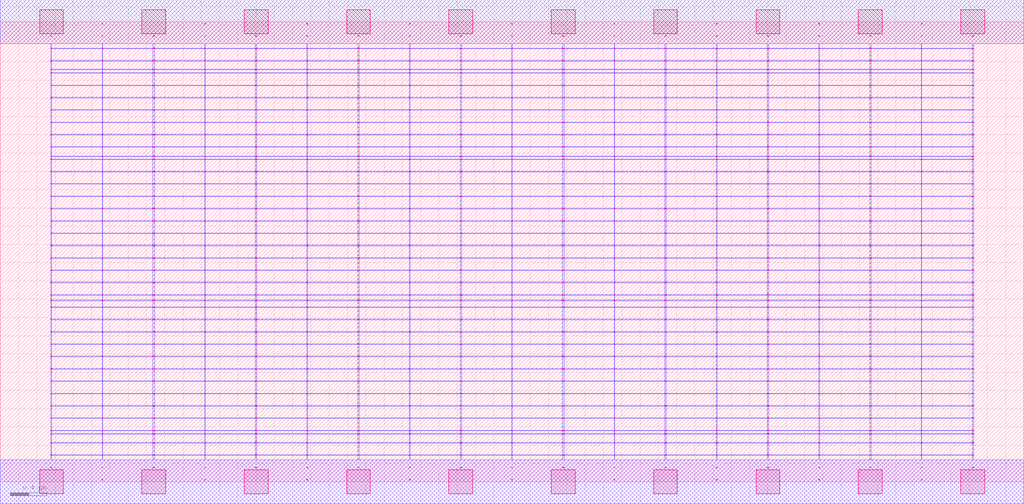
<source format=lef>
MACRO AOOAI234_DEBUG
 CLASS CORE ;
 FOREIGN AOOAI234_DEBUG 0 0 ;
 SIZE 11.200000000000001 BY 5.04 ;
 ORIGIN 0 0 ;
 SYMMETRY X Y R90 ;
 SITE unit ;

 OBS
    LAYER polycont ;
     RECT 0.55100000 2.58300000 0.56400000 2.59100000 ;
     RECT 1.11600000 2.58300000 1.12400000 2.59100000 ;
     RECT 1.67100000 2.58300000 1.68900000 2.59100000 ;
     RECT 2.23600000 2.58300000 2.24400000 2.59100000 ;
     RECT 2.79100000 2.58300000 2.80900000 2.59100000 ;
     RECT 3.35600000 2.58300000 3.36400000 2.59100000 ;
     RECT 3.91100000 2.58300000 3.92900000 2.59100000 ;
     RECT 4.47600000 2.58300000 4.48400000 2.59100000 ;
     RECT 5.03100000 2.58300000 5.04900000 2.59100000 ;
     RECT 5.59600000 2.58300000 5.60400000 2.59100000 ;
     RECT 6.15100000 2.58300000 6.16900000 2.59100000 ;
     RECT 6.71600000 2.58300000 6.72400000 2.59100000 ;
     RECT 7.27100000 2.58300000 7.28900000 2.59100000 ;
     RECT 7.83600000 2.58300000 7.84400000 2.59100000 ;
     RECT 8.39100000 2.58300000 8.40900000 2.59100000 ;
     RECT 8.95600000 2.58300000 8.96400000 2.59100000 ;
     RECT 9.51100000 2.58300000 9.52900000 2.59100000 ;
     RECT 10.07600000 2.58300000 10.08400000 2.59100000 ;
     RECT 10.63600000 2.58300000 10.64900000 2.59100000 ;
     RECT 0.55100000 2.71800000 0.56400000 2.72600000 ;
     RECT 1.11600000 2.71800000 1.12400000 2.72600000 ;
     RECT 1.67100000 2.71800000 1.68900000 2.72600000 ;
     RECT 2.23600000 2.71800000 2.24400000 2.72600000 ;
     RECT 2.79100000 2.71800000 2.80900000 2.72600000 ;
     RECT 3.35600000 2.71800000 3.36400000 2.72600000 ;
     RECT 3.91100000 2.71800000 3.92900000 2.72600000 ;
     RECT 4.47600000 2.71800000 4.48400000 2.72600000 ;
     RECT 5.03100000 2.71800000 5.04900000 2.72600000 ;
     RECT 5.59600000 2.71800000 5.60400000 2.72600000 ;
     RECT 6.15100000 2.71800000 6.16900000 2.72600000 ;
     RECT 6.71600000 2.71800000 6.72400000 2.72600000 ;
     RECT 7.27100000 2.71800000 7.28900000 2.72600000 ;
     RECT 7.83600000 2.71800000 7.84400000 2.72600000 ;
     RECT 8.39100000 2.71800000 8.40900000 2.72600000 ;
     RECT 8.95600000 2.71800000 8.96400000 2.72600000 ;
     RECT 9.51100000 2.71800000 9.52900000 2.72600000 ;
     RECT 10.07600000 2.71800000 10.08400000 2.72600000 ;
     RECT 10.63600000 2.71800000 10.64900000 2.72600000 ;
     RECT 0.55100000 2.85300000 0.56400000 2.86100000 ;
     RECT 1.11600000 2.85300000 1.12400000 2.86100000 ;
     RECT 1.67100000 2.85300000 1.68900000 2.86100000 ;
     RECT 2.23600000 2.85300000 2.24400000 2.86100000 ;
     RECT 2.79100000 2.85300000 2.80900000 2.86100000 ;
     RECT 3.35600000 2.85300000 3.36400000 2.86100000 ;
     RECT 3.91100000 2.85300000 3.92900000 2.86100000 ;
     RECT 4.47600000 2.85300000 4.48400000 2.86100000 ;
     RECT 5.03100000 2.85300000 5.04900000 2.86100000 ;
     RECT 5.59600000 2.85300000 5.60400000 2.86100000 ;
     RECT 6.15100000 2.85300000 6.16900000 2.86100000 ;
     RECT 6.71600000 2.85300000 6.72400000 2.86100000 ;
     RECT 7.27100000 2.85300000 7.28900000 2.86100000 ;
     RECT 7.83600000 2.85300000 7.84400000 2.86100000 ;
     RECT 8.39100000 2.85300000 8.40900000 2.86100000 ;
     RECT 8.95600000 2.85300000 8.96400000 2.86100000 ;
     RECT 9.51100000 2.85300000 9.52900000 2.86100000 ;
     RECT 10.07600000 2.85300000 10.08400000 2.86100000 ;
     RECT 10.63600000 2.85300000 10.64900000 2.86100000 ;
     RECT 0.55100000 2.98800000 0.56400000 2.99600000 ;
     RECT 1.11600000 2.98800000 1.12400000 2.99600000 ;
     RECT 1.67100000 2.98800000 1.68900000 2.99600000 ;
     RECT 2.23600000 2.98800000 2.24400000 2.99600000 ;
     RECT 2.79100000 2.98800000 2.80900000 2.99600000 ;
     RECT 3.35600000 2.98800000 3.36400000 2.99600000 ;
     RECT 3.91100000 2.98800000 3.92900000 2.99600000 ;
     RECT 4.47600000 2.98800000 4.48400000 2.99600000 ;
     RECT 5.03100000 2.98800000 5.04900000 2.99600000 ;
     RECT 5.59600000 2.98800000 5.60400000 2.99600000 ;
     RECT 6.15100000 2.98800000 6.16900000 2.99600000 ;
     RECT 6.71600000 2.98800000 6.72400000 2.99600000 ;
     RECT 7.27100000 2.98800000 7.28900000 2.99600000 ;
     RECT 7.83600000 2.98800000 7.84400000 2.99600000 ;
     RECT 8.39100000 2.98800000 8.40900000 2.99600000 ;
     RECT 8.95600000 2.98800000 8.96400000 2.99600000 ;
     RECT 9.51100000 2.98800000 9.52900000 2.99600000 ;
     RECT 10.07600000 2.98800000 10.08400000 2.99600000 ;
     RECT 10.63600000 2.98800000 10.64900000 2.99600000 ;

    LAYER pdiffc ;
     RECT 0.55100000 3.39300000 0.55900000 3.40100000 ;
     RECT 10.64100000 3.39300000 10.64900000 3.40100000 ;
     RECT 0.55100000 3.52800000 0.55900000 3.53600000 ;
     RECT 10.64100000 3.52800000 10.64900000 3.53600000 ;
     RECT 0.55100000 3.56100000 0.55900000 3.56900000 ;
     RECT 10.64100000 3.56100000 10.64900000 3.56900000 ;
     RECT 0.55100000 3.66300000 0.55900000 3.67100000 ;
     RECT 10.64100000 3.66300000 10.64900000 3.67100000 ;
     RECT 0.55100000 3.79800000 0.55900000 3.80600000 ;
     RECT 10.64100000 3.79800000 10.64900000 3.80600000 ;
     RECT 0.55100000 3.93300000 0.55900000 3.94100000 ;
     RECT 10.64100000 3.93300000 10.64900000 3.94100000 ;
     RECT 0.55100000 4.06800000 0.55900000 4.07600000 ;
     RECT 10.64100000 4.06800000 10.64900000 4.07600000 ;
     RECT 0.55100000 4.20300000 0.55900000 4.21100000 ;
     RECT 10.64100000 4.20300000 10.64900000 4.21100000 ;
     RECT 0.55100000 4.33800000 0.55900000 4.34600000 ;
     RECT 10.64100000 4.33800000 10.64900000 4.34600000 ;
     RECT 0.55100000 4.47300000 0.55900000 4.48100000 ;
     RECT 10.64100000 4.47300000 10.64900000 4.48100000 ;
     RECT 0.55100000 4.51100000 0.55900000 4.51900000 ;
     RECT 10.64100000 4.51100000 10.64900000 4.51900000 ;
     RECT 0.55100000 4.60800000 0.55900000 4.61600000 ;
     RECT 10.64100000 4.60800000 10.64900000 4.61600000 ;

    LAYER ndiffc ;
     RECT 6.15100000 0.42300000 6.16900000 0.43100000 ;
     RECT 7.27100000 0.42300000 7.28900000 0.43100000 ;
     RECT 8.39100000 0.42300000 8.40900000 0.43100000 ;
     RECT 9.51100000 0.42300000 9.52900000 0.43100000 ;
     RECT 10.63600000 0.42300000 10.64900000 0.43100000 ;
     RECT 6.15100000 0.52100000 6.16900000 0.52900000 ;
     RECT 7.27100000 0.52100000 7.28900000 0.52900000 ;
     RECT 8.39100000 0.52100000 8.40900000 0.52900000 ;
     RECT 9.51100000 0.52100000 9.52900000 0.52900000 ;
     RECT 10.63600000 0.52100000 10.64900000 0.52900000 ;
     RECT 6.15100000 0.55800000 6.16900000 0.56600000 ;
     RECT 7.27100000 0.55800000 7.28900000 0.56600000 ;
     RECT 8.39100000 0.55800000 8.40900000 0.56600000 ;
     RECT 9.51100000 0.55800000 9.52900000 0.56600000 ;
     RECT 10.63600000 0.55800000 10.64900000 0.56600000 ;
     RECT 6.15100000 0.69300000 6.16900000 0.70100000 ;
     RECT 7.27100000 0.69300000 7.28900000 0.70100000 ;
     RECT 8.39100000 0.69300000 8.40900000 0.70100000 ;
     RECT 9.51100000 0.69300000 9.52900000 0.70100000 ;
     RECT 10.63600000 0.69300000 10.64900000 0.70100000 ;
     RECT 6.15100000 0.82800000 6.16900000 0.83600000 ;
     RECT 7.27100000 0.82800000 7.28900000 0.83600000 ;
     RECT 8.39100000 0.82800000 8.40900000 0.83600000 ;
     RECT 9.51100000 0.82800000 9.52900000 0.83600000 ;
     RECT 10.63600000 0.82800000 10.64900000 0.83600000 ;
     RECT 6.15100000 0.96300000 6.16900000 0.97100000 ;
     RECT 7.27100000 0.96300000 7.28900000 0.97100000 ;
     RECT 8.39100000 0.96300000 8.40900000 0.97100000 ;
     RECT 9.51100000 0.96300000 9.52900000 0.97100000 ;
     RECT 10.63600000 0.96300000 10.64900000 0.97100000 ;
     RECT 6.15100000 1.09800000 6.16900000 1.10600000 ;
     RECT 7.27100000 1.09800000 7.28900000 1.10600000 ;
     RECT 8.39100000 1.09800000 8.40900000 1.10600000 ;
     RECT 9.51100000 1.09800000 9.52900000 1.10600000 ;
     RECT 10.63600000 1.09800000 10.64900000 1.10600000 ;
     RECT 6.15100000 1.23300000 6.16900000 1.24100000 ;
     RECT 7.27100000 1.23300000 7.28900000 1.24100000 ;
     RECT 8.39100000 1.23300000 8.40900000 1.24100000 ;
     RECT 9.51100000 1.23300000 9.52900000 1.24100000 ;
     RECT 10.63600000 1.23300000 10.64900000 1.24100000 ;
     RECT 6.15100000 1.36800000 6.16900000 1.37600000 ;
     RECT 7.27100000 1.36800000 7.28900000 1.37600000 ;
     RECT 8.39100000 1.36800000 8.40900000 1.37600000 ;
     RECT 9.51100000 1.36800000 9.52900000 1.37600000 ;
     RECT 10.63600000 1.36800000 10.64900000 1.37600000 ;
     RECT 6.15100000 1.50300000 6.16900000 1.51100000 ;
     RECT 7.27100000 1.50300000 7.28900000 1.51100000 ;
     RECT 8.39100000 1.50300000 8.40900000 1.51100000 ;
     RECT 9.51100000 1.50300000 9.52900000 1.51100000 ;
     RECT 10.63600000 1.50300000 10.64900000 1.51100000 ;
     RECT 6.15100000 1.63800000 6.16900000 1.64600000 ;
     RECT 7.27100000 1.63800000 7.28900000 1.64600000 ;
     RECT 8.39100000 1.63800000 8.40900000 1.64600000 ;
     RECT 9.51100000 1.63800000 9.52900000 1.64600000 ;
     RECT 10.63600000 1.63800000 10.64900000 1.64600000 ;
     RECT 6.15100000 1.77300000 6.16900000 1.78100000 ;
     RECT 7.27100000 1.77300000 7.28900000 1.78100000 ;
     RECT 8.39100000 1.77300000 8.40900000 1.78100000 ;
     RECT 9.51100000 1.77300000 9.52900000 1.78100000 ;
     RECT 10.63600000 1.77300000 10.64900000 1.78100000 ;
     RECT 6.15100000 1.90800000 6.16900000 1.91600000 ;
     RECT 7.27100000 1.90800000 7.28900000 1.91600000 ;
     RECT 8.39100000 1.90800000 8.40900000 1.91600000 ;
     RECT 9.51100000 1.90800000 9.52900000 1.91600000 ;
     RECT 10.63600000 1.90800000 10.64900000 1.91600000 ;
     RECT 6.15100000 1.98100000 6.16900000 1.98900000 ;
     RECT 7.27100000 1.98100000 7.28900000 1.98900000 ;
     RECT 8.39100000 1.98100000 8.40900000 1.98900000 ;
     RECT 9.51100000 1.98100000 9.52900000 1.98900000 ;
     RECT 10.63600000 1.98100000 10.64900000 1.98900000 ;
     RECT 6.15100000 2.04300000 6.16900000 2.05100000 ;
     RECT 7.27100000 2.04300000 7.28900000 2.05100000 ;
     RECT 8.39100000 2.04300000 8.40900000 2.05100000 ;
     RECT 9.51100000 2.04300000 9.52900000 2.05100000 ;
     RECT 10.63600000 2.04300000 10.64900000 2.05100000 ;
     RECT 0.55100000 0.42300000 0.56400000 0.43100000 ;
     RECT 1.67100000 0.42300000 1.68900000 0.43100000 ;
     RECT 2.79100000 0.42300000 2.80900000 0.43100000 ;
     RECT 3.91100000 0.42300000 3.92900000 0.43100000 ;
     RECT 5.03100000 0.42300000 5.04900000 0.43100000 ;
     RECT 0.55100000 1.36800000 0.56400000 1.37600000 ;
     RECT 1.67100000 1.36800000 1.68900000 1.37600000 ;
     RECT 2.79100000 1.36800000 2.80900000 1.37600000 ;
     RECT 3.91100000 1.36800000 3.92900000 1.37600000 ;
     RECT 5.03100000 1.36800000 5.04900000 1.37600000 ;
     RECT 0.55100000 0.82800000 0.56400000 0.83600000 ;
     RECT 1.67100000 0.82800000 1.68900000 0.83600000 ;
     RECT 2.79100000 0.82800000 2.80900000 0.83600000 ;
     RECT 3.91100000 0.82800000 3.92900000 0.83600000 ;
     RECT 5.03100000 0.82800000 5.04900000 0.83600000 ;
     RECT 0.55100000 1.50300000 0.56400000 1.51100000 ;
     RECT 1.67100000 1.50300000 1.68900000 1.51100000 ;
     RECT 2.79100000 1.50300000 2.80900000 1.51100000 ;
     RECT 3.91100000 1.50300000 3.92900000 1.51100000 ;
     RECT 5.03100000 1.50300000 5.04900000 1.51100000 ;
     RECT 0.55100000 0.55800000 0.56400000 0.56600000 ;
     RECT 1.67100000 0.55800000 1.68900000 0.56600000 ;
     RECT 2.79100000 0.55800000 2.80900000 0.56600000 ;
     RECT 3.91100000 0.55800000 3.92900000 0.56600000 ;
     RECT 5.03100000 0.55800000 5.04900000 0.56600000 ;
     RECT 0.55100000 1.63800000 0.56400000 1.64600000 ;
     RECT 1.67100000 1.63800000 1.68900000 1.64600000 ;
     RECT 2.79100000 1.63800000 2.80900000 1.64600000 ;
     RECT 3.91100000 1.63800000 3.92900000 1.64600000 ;
     RECT 5.03100000 1.63800000 5.04900000 1.64600000 ;
     RECT 0.55100000 0.96300000 0.56400000 0.97100000 ;
     RECT 1.67100000 0.96300000 1.68900000 0.97100000 ;
     RECT 2.79100000 0.96300000 2.80900000 0.97100000 ;
     RECT 3.91100000 0.96300000 3.92900000 0.97100000 ;
     RECT 5.03100000 0.96300000 5.04900000 0.97100000 ;
     RECT 0.55100000 1.77300000 0.56400000 1.78100000 ;
     RECT 1.67100000 1.77300000 1.68900000 1.78100000 ;
     RECT 2.79100000 1.77300000 2.80900000 1.78100000 ;
     RECT 3.91100000 1.77300000 3.92900000 1.78100000 ;
     RECT 5.03100000 1.77300000 5.04900000 1.78100000 ;
     RECT 0.55100000 0.52100000 0.56400000 0.52900000 ;
     RECT 1.67100000 0.52100000 1.68900000 0.52900000 ;
     RECT 2.79100000 0.52100000 2.80900000 0.52900000 ;
     RECT 3.91100000 0.52100000 3.92900000 0.52900000 ;
     RECT 5.03100000 0.52100000 5.04900000 0.52900000 ;
     RECT 0.55100000 1.90800000 0.56400000 1.91600000 ;
     RECT 1.67100000 1.90800000 1.68900000 1.91600000 ;
     RECT 2.79100000 1.90800000 2.80900000 1.91600000 ;
     RECT 3.91100000 1.90800000 3.92900000 1.91600000 ;
     RECT 5.03100000 1.90800000 5.04900000 1.91600000 ;
     RECT 0.55100000 1.09800000 0.56400000 1.10600000 ;
     RECT 1.67100000 1.09800000 1.68900000 1.10600000 ;
     RECT 2.79100000 1.09800000 2.80900000 1.10600000 ;
     RECT 3.91100000 1.09800000 3.92900000 1.10600000 ;
     RECT 5.03100000 1.09800000 5.04900000 1.10600000 ;
     RECT 0.55100000 1.98100000 0.56400000 1.98900000 ;
     RECT 1.67100000 1.98100000 1.68900000 1.98900000 ;
     RECT 2.79100000 1.98100000 2.80900000 1.98900000 ;
     RECT 3.91100000 1.98100000 3.92900000 1.98900000 ;
     RECT 5.03100000 1.98100000 5.04900000 1.98900000 ;
     RECT 0.55100000 0.69300000 0.56400000 0.70100000 ;
     RECT 1.67100000 0.69300000 1.68900000 0.70100000 ;
     RECT 2.79100000 0.69300000 2.80900000 0.70100000 ;
     RECT 3.91100000 0.69300000 3.92900000 0.70100000 ;
     RECT 5.03100000 0.69300000 5.04900000 0.70100000 ;
     RECT 0.55100000 2.04300000 0.56400000 2.05100000 ;
     RECT 1.67100000 2.04300000 1.68900000 2.05100000 ;
     RECT 2.79100000 2.04300000 2.80900000 2.05100000 ;
     RECT 3.91100000 2.04300000 3.92900000 2.05100000 ;
     RECT 5.03100000 2.04300000 5.04900000 2.05100000 ;
     RECT 0.55100000 1.23300000 0.56400000 1.24100000 ;
     RECT 1.67100000 1.23300000 1.68900000 1.24100000 ;
     RECT 2.79100000 1.23300000 2.80900000 1.24100000 ;
     RECT 3.91100000 1.23300000 3.92900000 1.24100000 ;
     RECT 5.03100000 1.23300000 5.04900000 1.24100000 ;

    LAYER met1 ;
     RECT 0.00000000 -0.24000000 11.20000000 0.24000000 ;
     RECT 5.59600000 0.24000000 5.60400000 0.28800000 ;
     RECT 0.55100000 0.28800000 10.64900000 0.29600000 ;
     RECT 5.59600000 0.29600000 5.60400000 0.42300000 ;
     RECT 0.55100000 0.42300000 10.64900000 0.43100000 ;
     RECT 5.59600000 0.43100000 5.60400000 0.52100000 ;
     RECT 0.55100000 0.52100000 10.64900000 0.52900000 ;
     RECT 5.59600000 0.52900000 5.60400000 0.55800000 ;
     RECT 0.55100000 0.55800000 10.64900000 0.56600000 ;
     RECT 5.59600000 0.56600000 5.60400000 0.69300000 ;
     RECT 0.55100000 0.69300000 10.64900000 0.70100000 ;
     RECT 5.59600000 0.70100000 5.60400000 0.82800000 ;
     RECT 0.55100000 0.82800000 10.64900000 0.83600000 ;
     RECT 5.59600000 0.83600000 5.60400000 0.96300000 ;
     RECT 0.55100000 0.96300000 10.64900000 0.97100000 ;
     RECT 5.59600000 0.97100000 5.60400000 1.09800000 ;
     RECT 0.55100000 1.09800000 10.64900000 1.10600000 ;
     RECT 5.59600000 1.10600000 5.60400000 1.23300000 ;
     RECT 0.55100000 1.23300000 10.64900000 1.24100000 ;
     RECT 5.59600000 1.24100000 5.60400000 1.36800000 ;
     RECT 0.55100000 1.36800000 10.64900000 1.37600000 ;
     RECT 5.59600000 1.37600000 5.60400000 1.50300000 ;
     RECT 0.55100000 1.50300000 10.64900000 1.51100000 ;
     RECT 5.59600000 1.51100000 5.60400000 1.63800000 ;
     RECT 0.55100000 1.63800000 10.64900000 1.64600000 ;
     RECT 5.59600000 1.64600000 5.60400000 1.77300000 ;
     RECT 0.55100000 1.77300000 10.64900000 1.78100000 ;
     RECT 5.59600000 1.78100000 5.60400000 1.90800000 ;
     RECT 0.55100000 1.90800000 10.64900000 1.91600000 ;
     RECT 5.59600000 1.91600000 5.60400000 1.98100000 ;
     RECT 0.55100000 1.98100000 10.64900000 1.98900000 ;
     RECT 5.59600000 1.98900000 5.60400000 2.04300000 ;
     RECT 0.55100000 2.04300000 10.64900000 2.05100000 ;
     RECT 5.59600000 2.05100000 5.60400000 2.17800000 ;
     RECT 0.55100000 2.17800000 10.64900000 2.18600000 ;
     RECT 5.59600000 2.18600000 5.60400000 2.31300000 ;
     RECT 0.55100000 2.31300000 10.64900000 2.32100000 ;
     RECT 5.59600000 2.32100000 5.60400000 2.44800000 ;
     RECT 0.55100000 2.44800000 10.64900000 2.45600000 ;
     RECT 0.55100000 2.45600000 0.56400000 2.58300000 ;
     RECT 1.11600000 2.45600000 1.12400000 2.58300000 ;
     RECT 1.67100000 2.45600000 1.68900000 2.58300000 ;
     RECT 2.23600000 2.45600000 2.24400000 2.58300000 ;
     RECT 2.79100000 2.45600000 2.80900000 2.58300000 ;
     RECT 3.35600000 2.45600000 3.36400000 2.58300000 ;
     RECT 3.91100000 2.45600000 3.92900000 2.58300000 ;
     RECT 4.47600000 2.45600000 4.48400000 2.58300000 ;
     RECT 5.03100000 2.45600000 5.04900000 2.58300000 ;
     RECT 5.59600000 2.45600000 5.60400000 2.58300000 ;
     RECT 6.15100000 2.45600000 6.16900000 2.58300000 ;
     RECT 6.71600000 2.45600000 6.72400000 2.58300000 ;
     RECT 7.27100000 2.45600000 7.28900000 2.58300000 ;
     RECT 7.83600000 2.45600000 7.84400000 2.58300000 ;
     RECT 8.39100000 2.45600000 8.40900000 2.58300000 ;
     RECT 8.95600000 2.45600000 8.96400000 2.58300000 ;
     RECT 9.51100000 2.45600000 9.52900000 2.58300000 ;
     RECT 10.07600000 2.45600000 10.08400000 2.58300000 ;
     RECT 10.63600000 2.45600000 10.64900000 2.58300000 ;
     RECT 0.55100000 2.58300000 10.64900000 2.59100000 ;
     RECT 5.59600000 2.59100000 5.60400000 2.71800000 ;
     RECT 0.55100000 2.71800000 10.64900000 2.72600000 ;
     RECT 5.59600000 2.72600000 5.60400000 2.85300000 ;
     RECT 0.55100000 2.85300000 10.64900000 2.86100000 ;
     RECT 5.59600000 2.86100000 5.60400000 2.98800000 ;
     RECT 0.55100000 2.98800000 10.64900000 2.99600000 ;
     RECT 5.59600000 2.99600000 5.60400000 3.12300000 ;
     RECT 0.55100000 3.12300000 10.64900000 3.13100000 ;
     RECT 5.59600000 3.13100000 5.60400000 3.25800000 ;
     RECT 0.55100000 3.25800000 10.64900000 3.26600000 ;
     RECT 5.59600000 3.26600000 5.60400000 3.39300000 ;
     RECT 0.55100000 3.39300000 10.64900000 3.40100000 ;
     RECT 5.59600000 3.40100000 5.60400000 3.52800000 ;
     RECT 0.55100000 3.52800000 10.64900000 3.53600000 ;
     RECT 5.59600000 3.53600000 5.60400000 3.56100000 ;
     RECT 0.55100000 3.56100000 10.64900000 3.56900000 ;
     RECT 5.59600000 3.56900000 5.60400000 3.66300000 ;
     RECT 0.55100000 3.66300000 10.64900000 3.67100000 ;
     RECT 5.59600000 3.67100000 5.60400000 3.79800000 ;
     RECT 0.55100000 3.79800000 10.64900000 3.80600000 ;
     RECT 5.59600000 3.80600000 5.60400000 3.93300000 ;
     RECT 0.55100000 3.93300000 10.64900000 3.94100000 ;
     RECT 5.59600000 3.94100000 5.60400000 4.06800000 ;
     RECT 0.55100000 4.06800000 10.64900000 4.07600000 ;
     RECT 5.59600000 4.07600000 5.60400000 4.20300000 ;
     RECT 0.55100000 4.20300000 10.64900000 4.21100000 ;
     RECT 5.59600000 4.21100000 5.60400000 4.33800000 ;
     RECT 0.55100000 4.33800000 10.64900000 4.34600000 ;
     RECT 5.59600000 4.34600000 5.60400000 4.47300000 ;
     RECT 0.55100000 4.47300000 10.64900000 4.48100000 ;
     RECT 5.59600000 4.48100000 5.60400000 4.51100000 ;
     RECT 0.55100000 4.51100000 10.64900000 4.51900000 ;
     RECT 5.59600000 4.51900000 5.60400000 4.60800000 ;
     RECT 0.55100000 4.60800000 10.64900000 4.61600000 ;
     RECT 5.59600000 4.61600000 5.60400000 4.74300000 ;
     RECT 0.55100000 4.74300000 10.64900000 4.75100000 ;
     RECT 5.59600000 4.75100000 5.60400000 4.80000000 ;
     RECT 0.00000000 4.80000000 11.20000000 5.28000000 ;
     RECT 8.39100000 2.99600000 8.40900000 3.12300000 ;
     RECT 8.39100000 3.13100000 8.40900000 3.25800000 ;
     RECT 8.39100000 3.26600000 8.40900000 3.39300000 ;
     RECT 8.39100000 3.40100000 8.40900000 3.52800000 ;
     RECT 8.39100000 3.53600000 8.40900000 3.56100000 ;
     RECT 8.39100000 2.72600000 8.40900000 2.85300000 ;
     RECT 8.39100000 3.56900000 8.40900000 3.66300000 ;
     RECT 8.39100000 3.67100000 8.40900000 3.79800000 ;
     RECT 6.15100000 3.80600000 6.16900000 3.93300000 ;
     RECT 6.71600000 3.80600000 6.72400000 3.93300000 ;
     RECT 7.27100000 3.80600000 7.28900000 3.93300000 ;
     RECT 7.83600000 3.80600000 7.84400000 3.93300000 ;
     RECT 8.39100000 3.80600000 8.40900000 3.93300000 ;
     RECT 8.95600000 3.80600000 8.96400000 3.93300000 ;
     RECT 9.51100000 3.80600000 9.52900000 3.93300000 ;
     RECT 10.07600000 3.80600000 10.08400000 3.93300000 ;
     RECT 10.63600000 3.80600000 10.64900000 3.93300000 ;
     RECT 8.39100000 3.94100000 8.40900000 4.06800000 ;
     RECT 8.39100000 4.07600000 8.40900000 4.20300000 ;
     RECT 8.39100000 4.21100000 8.40900000 4.33800000 ;
     RECT 8.39100000 2.86100000 8.40900000 2.98800000 ;
     RECT 8.39100000 4.34600000 8.40900000 4.47300000 ;
     RECT 8.39100000 4.48100000 8.40900000 4.51100000 ;
     RECT 8.39100000 2.59100000 8.40900000 2.71800000 ;
     RECT 8.39100000 4.51900000 8.40900000 4.60800000 ;
     RECT 8.39100000 4.61600000 8.40900000 4.74300000 ;
     RECT 8.39100000 4.75100000 8.40900000 4.80000000 ;
     RECT 9.51100000 3.94100000 9.52900000 4.06800000 ;
     RECT 8.95600000 4.21100000 8.96400000 4.33800000 ;
     RECT 9.51100000 4.21100000 9.52900000 4.33800000 ;
     RECT 10.07600000 4.21100000 10.08400000 4.33800000 ;
     RECT 10.63600000 4.21100000 10.64900000 4.33800000 ;
     RECT 10.07600000 3.94100000 10.08400000 4.06800000 ;
     RECT 10.63600000 3.94100000 10.64900000 4.06800000 ;
     RECT 8.95600000 4.34600000 8.96400000 4.47300000 ;
     RECT 9.51100000 4.34600000 9.52900000 4.47300000 ;
     RECT 10.07600000 4.34600000 10.08400000 4.47300000 ;
     RECT 10.63600000 4.34600000 10.64900000 4.47300000 ;
     RECT 8.95600000 3.94100000 8.96400000 4.06800000 ;
     RECT 8.95600000 4.48100000 8.96400000 4.51100000 ;
     RECT 9.51100000 4.48100000 9.52900000 4.51100000 ;
     RECT 10.07600000 4.48100000 10.08400000 4.51100000 ;
     RECT 10.63600000 4.48100000 10.64900000 4.51100000 ;
     RECT 8.95600000 4.07600000 8.96400000 4.20300000 ;
     RECT 9.51100000 4.07600000 9.52900000 4.20300000 ;
     RECT 8.95600000 4.51900000 8.96400000 4.60800000 ;
     RECT 9.51100000 4.51900000 9.52900000 4.60800000 ;
     RECT 10.07600000 4.51900000 10.08400000 4.60800000 ;
     RECT 10.63600000 4.51900000 10.64900000 4.60800000 ;
     RECT 10.07600000 4.07600000 10.08400000 4.20300000 ;
     RECT 8.95600000 4.61600000 8.96400000 4.74300000 ;
     RECT 9.51100000 4.61600000 9.52900000 4.74300000 ;
     RECT 10.07600000 4.61600000 10.08400000 4.74300000 ;
     RECT 10.63600000 4.61600000 10.64900000 4.74300000 ;
     RECT 10.63600000 4.07600000 10.64900000 4.20300000 ;
     RECT 8.95600000 4.75100000 8.96400000 4.80000000 ;
     RECT 9.51100000 4.75100000 9.52900000 4.80000000 ;
     RECT 10.07600000 4.75100000 10.08400000 4.80000000 ;
     RECT 10.63600000 4.75100000 10.64900000 4.80000000 ;
     RECT 6.71600000 4.07600000 6.72400000 4.20300000 ;
     RECT 7.27100000 4.07600000 7.28900000 4.20300000 ;
     RECT 7.83600000 4.07600000 7.84400000 4.20300000 ;
     RECT 6.71600000 3.94100000 6.72400000 4.06800000 ;
     RECT 7.27100000 3.94100000 7.28900000 4.06800000 ;
     RECT 6.15100000 4.51900000 6.16900000 4.60800000 ;
     RECT 6.71600000 4.51900000 6.72400000 4.60800000 ;
     RECT 7.27100000 4.51900000 7.28900000 4.60800000 ;
     RECT 7.83600000 4.51900000 7.84400000 4.60800000 ;
     RECT 7.83600000 3.94100000 7.84400000 4.06800000 ;
     RECT 6.15100000 4.34600000 6.16900000 4.47300000 ;
     RECT 6.71600000 4.34600000 6.72400000 4.47300000 ;
     RECT 7.27100000 4.34600000 7.28900000 4.47300000 ;
     RECT 7.83600000 4.34600000 7.84400000 4.47300000 ;
     RECT 6.15100000 4.61600000 6.16900000 4.74300000 ;
     RECT 6.71600000 4.61600000 6.72400000 4.74300000 ;
     RECT 7.27100000 4.61600000 7.28900000 4.74300000 ;
     RECT 7.83600000 4.61600000 7.84400000 4.74300000 ;
     RECT 6.15100000 3.94100000 6.16900000 4.06800000 ;
     RECT 6.15100000 4.07600000 6.16900000 4.20300000 ;
     RECT 6.15100000 4.21100000 6.16900000 4.33800000 ;
     RECT 6.71600000 4.21100000 6.72400000 4.33800000 ;
     RECT 7.27100000 4.21100000 7.28900000 4.33800000 ;
     RECT 6.15100000 4.75100000 6.16900000 4.80000000 ;
     RECT 6.71600000 4.75100000 6.72400000 4.80000000 ;
     RECT 7.27100000 4.75100000 7.28900000 4.80000000 ;
     RECT 7.83600000 4.75100000 7.84400000 4.80000000 ;
     RECT 6.15100000 4.48100000 6.16900000 4.51100000 ;
     RECT 6.71600000 4.48100000 6.72400000 4.51100000 ;
     RECT 7.27100000 4.48100000 7.28900000 4.51100000 ;
     RECT 7.83600000 4.48100000 7.84400000 4.51100000 ;
     RECT 7.83600000 4.21100000 7.84400000 4.33800000 ;
     RECT 7.27100000 3.53600000 7.28900000 3.56100000 ;
     RECT 7.83600000 3.53600000 7.84400000 3.56100000 ;
     RECT 7.83600000 3.13100000 7.84400000 3.25800000 ;
     RECT 6.15100000 2.86100000 6.16900000 2.98800000 ;
     RECT 6.71600000 2.86100000 6.72400000 2.98800000 ;
     RECT 7.83600000 2.72600000 7.84400000 2.85300000 ;
     RECT 6.15100000 3.13100000 6.16900000 3.25800000 ;
     RECT 6.15100000 3.56900000 6.16900000 3.66300000 ;
     RECT 6.71600000 3.56900000 6.72400000 3.66300000 ;
     RECT 7.27100000 3.56900000 7.28900000 3.66300000 ;
     RECT 7.83600000 3.56900000 7.84400000 3.66300000 ;
     RECT 6.15100000 2.59100000 6.16900000 2.71800000 ;
     RECT 6.15100000 3.67100000 6.16900000 3.79800000 ;
     RECT 6.71600000 3.67100000 6.72400000 3.79800000 ;
     RECT 7.27100000 2.86100000 7.28900000 2.98800000 ;
     RECT 7.83600000 2.86100000 7.84400000 2.98800000 ;
     RECT 7.27100000 3.67100000 7.28900000 3.79800000 ;
     RECT 7.83600000 3.67100000 7.84400000 3.79800000 ;
     RECT 6.15100000 2.99600000 6.16900000 3.12300000 ;
     RECT 6.15100000 3.26600000 6.16900000 3.39300000 ;
     RECT 6.71600000 3.26600000 6.72400000 3.39300000 ;
     RECT 7.27100000 3.26600000 7.28900000 3.39300000 ;
     RECT 7.83600000 3.26600000 7.84400000 3.39300000 ;
     RECT 6.71600000 3.13100000 6.72400000 3.25800000 ;
     RECT 6.71600000 2.59100000 6.72400000 2.71800000 ;
     RECT 6.15100000 2.72600000 6.16900000 2.85300000 ;
     RECT 6.15100000 3.40100000 6.16900000 3.52800000 ;
     RECT 6.71600000 3.40100000 6.72400000 3.52800000 ;
     RECT 6.71600000 2.99600000 6.72400000 3.12300000 ;
     RECT 7.27100000 2.99600000 7.28900000 3.12300000 ;
     RECT 7.27100000 3.40100000 7.28900000 3.52800000 ;
     RECT 7.27100000 2.59100000 7.28900000 2.71800000 ;
     RECT 7.83600000 2.59100000 7.84400000 2.71800000 ;
     RECT 7.83600000 3.40100000 7.84400000 3.52800000 ;
     RECT 7.27100000 3.13100000 7.28900000 3.25800000 ;
     RECT 6.71600000 2.72600000 6.72400000 2.85300000 ;
     RECT 7.27100000 2.72600000 7.28900000 2.85300000 ;
     RECT 6.15100000 3.53600000 6.16900000 3.56100000 ;
     RECT 6.71600000 3.53600000 6.72400000 3.56100000 ;
     RECT 7.83600000 2.99600000 7.84400000 3.12300000 ;
     RECT 10.07600000 3.56900000 10.08400000 3.66300000 ;
     RECT 10.63600000 3.56900000 10.64900000 3.66300000 ;
     RECT 8.95600000 2.72600000 8.96400000 2.85300000 ;
     RECT 9.51100000 2.72600000 9.52900000 2.85300000 ;
     RECT 8.95600000 2.99600000 8.96400000 3.12300000 ;
     RECT 8.95600000 3.40100000 8.96400000 3.52800000 ;
     RECT 10.63600000 2.86100000 10.64900000 2.98800000 ;
     RECT 9.51100000 3.40100000 9.52900000 3.52800000 ;
     RECT 10.07600000 3.40100000 10.08400000 3.52800000 ;
     RECT 10.63600000 3.40100000 10.64900000 3.52800000 ;
     RECT 8.95600000 3.67100000 8.96400000 3.79800000 ;
     RECT 9.51100000 3.67100000 9.52900000 3.79800000 ;
     RECT 10.07600000 3.67100000 10.08400000 3.79800000 ;
     RECT 10.63600000 3.67100000 10.64900000 3.79800000 ;
     RECT 10.07600000 2.72600000 10.08400000 2.85300000 ;
     RECT 10.63600000 2.72600000 10.64900000 2.85300000 ;
     RECT 9.51100000 2.99600000 9.52900000 3.12300000 ;
     RECT 8.95600000 2.59100000 8.96400000 2.71800000 ;
     RECT 10.07600000 2.99600000 10.08400000 3.12300000 ;
     RECT 10.63600000 2.99600000 10.64900000 3.12300000 ;
     RECT 9.51100000 2.59100000 9.52900000 2.71800000 ;
     RECT 8.95600000 3.26600000 8.96400000 3.39300000 ;
     RECT 9.51100000 3.26600000 9.52900000 3.39300000 ;
     RECT 10.07600000 3.26600000 10.08400000 3.39300000 ;
     RECT 8.95600000 3.53600000 8.96400000 3.56100000 ;
     RECT 8.95600000 2.86100000 8.96400000 2.98800000 ;
     RECT 9.51100000 3.53600000 9.52900000 3.56100000 ;
     RECT 10.07600000 3.53600000 10.08400000 3.56100000 ;
     RECT 10.63600000 3.53600000 10.64900000 3.56100000 ;
     RECT 10.63600000 3.26600000 10.64900000 3.39300000 ;
     RECT 8.95600000 3.13100000 8.96400000 3.25800000 ;
     RECT 9.51100000 3.13100000 9.52900000 3.25800000 ;
     RECT 10.07600000 3.13100000 10.08400000 3.25800000 ;
     RECT 10.63600000 3.13100000 10.64900000 3.25800000 ;
     RECT 10.63600000 2.59100000 10.64900000 2.71800000 ;
     RECT 9.51100000 2.86100000 9.52900000 2.98800000 ;
     RECT 10.07600000 2.86100000 10.08400000 2.98800000 ;
     RECT 10.07600000 2.59100000 10.08400000 2.71800000 ;
     RECT 8.95600000 3.56900000 8.96400000 3.66300000 ;
     RECT 9.51100000 3.56900000 9.52900000 3.66300000 ;
     RECT 2.79100000 2.59100000 2.80900000 2.71800000 ;
     RECT 2.79100000 2.99600000 2.80900000 3.12300000 ;
     RECT 2.79100000 3.94100000 2.80900000 4.06800000 ;
     RECT 2.79100000 3.40100000 2.80900000 3.52800000 ;
     RECT 2.79100000 4.07600000 2.80900000 4.20300000 ;
     RECT 2.79100000 4.21100000 2.80900000 4.33800000 ;
     RECT 2.79100000 3.53600000 2.80900000 3.56100000 ;
     RECT 2.79100000 4.34600000 2.80900000 4.47300000 ;
     RECT 2.79100000 3.13100000 2.80900000 3.25800000 ;
     RECT 2.79100000 3.56900000 2.80900000 3.66300000 ;
     RECT 2.79100000 4.48100000 2.80900000 4.51100000 ;
     RECT 2.79100000 2.86100000 2.80900000 2.98800000 ;
     RECT 2.79100000 4.51900000 2.80900000 4.60800000 ;
     RECT 2.79100000 2.72600000 2.80900000 2.85300000 ;
     RECT 2.79100000 3.67100000 2.80900000 3.79800000 ;
     RECT 2.79100000 4.61600000 2.80900000 4.74300000 ;
     RECT 2.79100000 3.26600000 2.80900000 3.39300000 ;
     RECT 2.79100000 4.75100000 2.80900000 4.80000000 ;
     RECT 0.55100000 3.80600000 0.56400000 3.93300000 ;
     RECT 1.11600000 3.80600000 1.12400000 3.93300000 ;
     RECT 1.67100000 3.80600000 1.68900000 3.93300000 ;
     RECT 2.23600000 3.80600000 2.24400000 3.93300000 ;
     RECT 2.79100000 3.80600000 2.80900000 3.93300000 ;
     RECT 3.35600000 3.80600000 3.36400000 3.93300000 ;
     RECT 3.91100000 3.80600000 3.92900000 3.93300000 ;
     RECT 4.47600000 3.80600000 4.48400000 3.93300000 ;
     RECT 5.03100000 3.80600000 5.04900000 3.93300000 ;
     RECT 3.35600000 4.48100000 3.36400000 4.51100000 ;
     RECT 3.91100000 4.48100000 3.92900000 4.51100000 ;
     RECT 4.47600000 4.48100000 4.48400000 4.51100000 ;
     RECT 5.03100000 4.48100000 5.04900000 4.51100000 ;
     RECT 4.47600000 4.07600000 4.48400000 4.20300000 ;
     RECT 5.03100000 4.07600000 5.04900000 4.20300000 ;
     RECT 3.35600000 4.51900000 3.36400000 4.60800000 ;
     RECT 3.91100000 4.51900000 3.92900000 4.60800000 ;
     RECT 4.47600000 4.51900000 4.48400000 4.60800000 ;
     RECT 5.03100000 4.51900000 5.04900000 4.60800000 ;
     RECT 4.47600000 3.94100000 4.48400000 4.06800000 ;
     RECT 3.35600000 4.21100000 3.36400000 4.33800000 ;
     RECT 3.91100000 4.21100000 3.92900000 4.33800000 ;
     RECT 3.35600000 4.61600000 3.36400000 4.74300000 ;
     RECT 3.91100000 4.61600000 3.92900000 4.74300000 ;
     RECT 4.47600000 4.61600000 4.48400000 4.74300000 ;
     RECT 5.03100000 4.61600000 5.04900000 4.74300000 ;
     RECT 4.47600000 4.21100000 4.48400000 4.33800000 ;
     RECT 5.03100000 4.21100000 5.04900000 4.33800000 ;
     RECT 3.35600000 4.75100000 3.36400000 4.80000000 ;
     RECT 3.91100000 4.75100000 3.92900000 4.80000000 ;
     RECT 4.47600000 4.75100000 4.48400000 4.80000000 ;
     RECT 5.03100000 4.75100000 5.04900000 4.80000000 ;
     RECT 5.03100000 3.94100000 5.04900000 4.06800000 ;
     RECT 3.35600000 3.94100000 3.36400000 4.06800000 ;
     RECT 3.35600000 4.34600000 3.36400000 4.47300000 ;
     RECT 3.91100000 4.34600000 3.92900000 4.47300000 ;
     RECT 4.47600000 4.34600000 4.48400000 4.47300000 ;
     RECT 5.03100000 4.34600000 5.04900000 4.47300000 ;
     RECT 3.91100000 3.94100000 3.92900000 4.06800000 ;
     RECT 3.35600000 4.07600000 3.36400000 4.20300000 ;
     RECT 3.91100000 4.07600000 3.92900000 4.20300000 ;
     RECT 1.11600000 3.94100000 1.12400000 4.06800000 ;
     RECT 0.55100000 4.07600000 0.56400000 4.20300000 ;
     RECT 0.55100000 4.21100000 0.56400000 4.33800000 ;
     RECT 1.11600000 4.21100000 1.12400000 4.33800000 ;
     RECT 0.55100000 4.61600000 0.56400000 4.74300000 ;
     RECT 1.11600000 4.61600000 1.12400000 4.74300000 ;
     RECT 1.67100000 4.61600000 1.68900000 4.74300000 ;
     RECT 2.23600000 4.61600000 2.24400000 4.74300000 ;
     RECT 1.67100000 4.21100000 1.68900000 4.33800000 ;
     RECT 2.23600000 4.21100000 2.24400000 4.33800000 ;
     RECT 1.11600000 4.07600000 1.12400000 4.20300000 ;
     RECT 0.55100000 4.48100000 0.56400000 4.51100000 ;
     RECT 1.11600000 4.48100000 1.12400000 4.51100000 ;
     RECT 1.67100000 4.48100000 1.68900000 4.51100000 ;
     RECT 0.55100000 4.75100000 0.56400000 4.80000000 ;
     RECT 1.11600000 4.75100000 1.12400000 4.80000000 ;
     RECT 1.67100000 4.75100000 1.68900000 4.80000000 ;
     RECT 2.23600000 4.75100000 2.24400000 4.80000000 ;
     RECT 2.23600000 4.48100000 2.24400000 4.51100000 ;
     RECT 1.67100000 4.07600000 1.68900000 4.20300000 ;
     RECT 2.23600000 4.07600000 2.24400000 4.20300000 ;
     RECT 1.67100000 3.94100000 1.68900000 4.06800000 ;
     RECT 2.23600000 3.94100000 2.24400000 4.06800000 ;
     RECT 0.55100000 3.94100000 0.56400000 4.06800000 ;
     RECT 0.55100000 4.34600000 0.56400000 4.47300000 ;
     RECT 0.55100000 4.51900000 0.56400000 4.60800000 ;
     RECT 1.11600000 4.51900000 1.12400000 4.60800000 ;
     RECT 1.67100000 4.51900000 1.68900000 4.60800000 ;
     RECT 2.23600000 4.51900000 2.24400000 4.60800000 ;
     RECT 1.11600000 4.34600000 1.12400000 4.47300000 ;
     RECT 1.67100000 4.34600000 1.68900000 4.47300000 ;
     RECT 2.23600000 4.34600000 2.24400000 4.47300000 ;
     RECT 0.55100000 3.53600000 0.56400000 3.56100000 ;
     RECT 2.23600000 2.72600000 2.24400000 2.85300000 ;
     RECT 1.11600000 3.53600000 1.12400000 3.56100000 ;
     RECT 0.55100000 3.67100000 0.56400000 3.79800000 ;
     RECT 1.11600000 3.67100000 1.12400000 3.79800000 ;
     RECT 1.67100000 3.67100000 1.68900000 3.79800000 ;
     RECT 2.23600000 3.67100000 2.24400000 3.79800000 ;
     RECT 1.67100000 3.53600000 1.68900000 3.56100000 ;
     RECT 1.11600000 2.99600000 1.12400000 3.12300000 ;
     RECT 1.67100000 3.13100000 1.68900000 3.25800000 ;
     RECT 2.23600000 3.13100000 2.24400000 3.25800000 ;
     RECT 1.67100000 2.99600000 1.68900000 3.12300000 ;
     RECT 0.55100000 3.56900000 0.56400000 3.66300000 ;
     RECT 1.11600000 3.56900000 1.12400000 3.66300000 ;
     RECT 1.67100000 3.56900000 1.68900000 3.66300000 ;
     RECT 2.23600000 3.56900000 2.24400000 3.66300000 ;
     RECT 2.23600000 2.99600000 2.24400000 3.12300000 ;
     RECT 0.55100000 3.26600000 0.56400000 3.39300000 ;
     RECT 1.11600000 3.26600000 1.12400000 3.39300000 ;
     RECT 1.67100000 3.26600000 1.68900000 3.39300000 ;
     RECT 2.23600000 3.26600000 2.24400000 3.39300000 ;
     RECT 2.23600000 2.59100000 2.24400000 2.71800000 ;
     RECT 0.55100000 3.40100000 0.56400000 3.52800000 ;
     RECT 1.67100000 2.59100000 1.68900000 2.71800000 ;
     RECT 0.55100000 2.99600000 0.56400000 3.12300000 ;
     RECT 1.11600000 3.40100000 1.12400000 3.52800000 ;
     RECT 1.67100000 3.40100000 1.68900000 3.52800000 ;
     RECT 2.23600000 3.53600000 2.24400000 3.56100000 ;
     RECT 2.23600000 3.40100000 2.24400000 3.52800000 ;
     RECT 1.11600000 2.86100000 1.12400000 2.98800000 ;
     RECT 1.67100000 2.86100000 1.68900000 2.98800000 ;
     RECT 1.67100000 2.72600000 1.68900000 2.85300000 ;
     RECT 2.23600000 2.86100000 2.24400000 2.98800000 ;
     RECT 0.55100000 3.13100000 0.56400000 3.25800000 ;
     RECT 1.11600000 3.13100000 1.12400000 3.25800000 ;
     RECT 0.55100000 2.59100000 0.56400000 2.71800000 ;
     RECT 1.11600000 2.59100000 1.12400000 2.71800000 ;
     RECT 0.55100000 2.72600000 0.56400000 2.85300000 ;
     RECT 1.11600000 2.72600000 1.12400000 2.85300000 ;
     RECT 0.55100000 2.86100000 0.56400000 2.98800000 ;
     RECT 4.47600000 3.53600000 4.48400000 3.56100000 ;
     RECT 3.35600000 3.56900000 3.36400000 3.66300000 ;
     RECT 3.91100000 3.56900000 3.92900000 3.66300000 ;
     RECT 4.47600000 3.56900000 4.48400000 3.66300000 ;
     RECT 5.03100000 3.56900000 5.04900000 3.66300000 ;
     RECT 5.03100000 3.13100000 5.04900000 3.25800000 ;
     RECT 5.03100000 3.53600000 5.04900000 3.56100000 ;
     RECT 3.35600000 2.86100000 3.36400000 2.98800000 ;
     RECT 3.91100000 2.86100000 3.92900000 2.98800000 ;
     RECT 4.47600000 3.67100000 4.48400000 3.79800000 ;
     RECT 5.03100000 3.67100000 5.04900000 3.79800000 ;
     RECT 4.47600000 2.72600000 4.48400000 2.85300000 ;
     RECT 4.47600000 2.86100000 4.48400000 2.98800000 ;
     RECT 5.03100000 2.86100000 5.04900000 2.98800000 ;
     RECT 4.47600000 2.99600000 4.48400000 3.12300000 ;
     RECT 3.35600000 3.13100000 3.36400000 3.25800000 ;
     RECT 3.91100000 3.13100000 3.92900000 3.25800000 ;
     RECT 3.35600000 3.26600000 3.36400000 3.39300000 ;
     RECT 3.91100000 3.26600000 3.92900000 3.39300000 ;
     RECT 4.47600000 3.26600000 4.48400000 3.39300000 ;
     RECT 4.47600000 3.13100000 4.48400000 3.25800000 ;
     RECT 5.03100000 2.99600000 5.04900000 3.12300000 ;
     RECT 3.91100000 2.59100000 3.92900000 2.71800000 ;
     RECT 4.47600000 2.59100000 4.48400000 2.71800000 ;
     RECT 5.03100000 2.59100000 5.04900000 2.71800000 ;
     RECT 3.35600000 2.59100000 3.36400000 2.71800000 ;
     RECT 3.35600000 2.99600000 3.36400000 3.12300000 ;
     RECT 3.35600000 3.40100000 3.36400000 3.52800000 ;
     RECT 3.91100000 3.40100000 3.92900000 3.52800000 ;
     RECT 5.03100000 3.26600000 5.04900000 3.39300000 ;
     RECT 5.03100000 2.72600000 5.04900000 2.85300000 ;
     RECT 3.35600000 2.72600000 3.36400000 2.85300000 ;
     RECT 3.91100000 2.72600000 3.92900000 2.85300000 ;
     RECT 4.47600000 3.40100000 4.48400000 3.52800000 ;
     RECT 5.03100000 3.40100000 5.04900000 3.52800000 ;
     RECT 3.91100000 2.99600000 3.92900000 3.12300000 ;
     RECT 3.35600000 3.53600000 3.36400000 3.56100000 ;
     RECT 3.91100000 3.53600000 3.92900000 3.56100000 ;
     RECT 3.35600000 3.67100000 3.36400000 3.79800000 ;
     RECT 3.91100000 3.67100000 3.92900000 3.79800000 ;
     RECT 5.03100000 1.10600000 5.04900000 1.23300000 ;
     RECT 2.79100000 1.24100000 2.80900000 1.36800000 ;
     RECT 2.79100000 1.37600000 2.80900000 1.50300000 ;
     RECT 2.79100000 1.51100000 2.80900000 1.63800000 ;
     RECT 2.79100000 1.64600000 2.80900000 1.77300000 ;
     RECT 2.79100000 1.78100000 2.80900000 1.90800000 ;
     RECT 2.79100000 0.43100000 2.80900000 0.52100000 ;
     RECT 2.79100000 1.91600000 2.80900000 1.98100000 ;
     RECT 2.79100000 1.98900000 2.80900000 2.04300000 ;
     RECT 2.79100000 0.24000000 2.80900000 0.28800000 ;
     RECT 2.79100000 2.05100000 2.80900000 2.17800000 ;
     RECT 2.79100000 2.18600000 2.80900000 2.31300000 ;
     RECT 2.79100000 2.32100000 2.80900000 2.44800000 ;
     RECT 2.79100000 0.52900000 2.80900000 0.55800000 ;
     RECT 2.79100000 0.56600000 2.80900000 0.69300000 ;
     RECT 2.79100000 0.70100000 2.80900000 0.82800000 ;
     RECT 2.79100000 0.83600000 2.80900000 0.96300000 ;
     RECT 2.79100000 0.97100000 2.80900000 1.09800000 ;
     RECT 2.79100000 0.29600000 2.80900000 0.42300000 ;
     RECT 0.55100000 1.10600000 0.56400000 1.23300000 ;
     RECT 1.11600000 1.10600000 1.12400000 1.23300000 ;
     RECT 1.67100000 1.10600000 1.68900000 1.23300000 ;
     RECT 2.23600000 1.10600000 2.24400000 1.23300000 ;
     RECT 2.79100000 1.10600000 2.80900000 1.23300000 ;
     RECT 3.35600000 1.10600000 3.36400000 1.23300000 ;
     RECT 3.91100000 1.10600000 3.92900000 1.23300000 ;
     RECT 4.47600000 1.10600000 4.48400000 1.23300000 ;
     RECT 3.35600000 1.37600000 3.36400000 1.50300000 ;
     RECT 3.35600000 1.91600000 3.36400000 1.98100000 ;
     RECT 3.91100000 1.91600000 3.92900000 1.98100000 ;
     RECT 4.47600000 1.91600000 4.48400000 1.98100000 ;
     RECT 5.03100000 1.91600000 5.04900000 1.98100000 ;
     RECT 3.91100000 1.37600000 3.92900000 1.50300000 ;
     RECT 3.35600000 1.98900000 3.36400000 2.04300000 ;
     RECT 3.91100000 1.98900000 3.92900000 2.04300000 ;
     RECT 4.47600000 1.98900000 4.48400000 2.04300000 ;
     RECT 5.03100000 1.98900000 5.04900000 2.04300000 ;
     RECT 4.47600000 1.37600000 4.48400000 1.50300000 ;
     RECT 5.03100000 1.37600000 5.04900000 1.50300000 ;
     RECT 3.35600000 2.05100000 3.36400000 2.17800000 ;
     RECT 3.91100000 2.05100000 3.92900000 2.17800000 ;
     RECT 4.47600000 2.05100000 4.48400000 2.17800000 ;
     RECT 5.03100000 2.05100000 5.04900000 2.17800000 ;
     RECT 3.91100000 1.24100000 3.92900000 1.36800000 ;
     RECT 3.35600000 2.18600000 3.36400000 2.31300000 ;
     RECT 3.91100000 2.18600000 3.92900000 2.31300000 ;
     RECT 4.47600000 2.18600000 4.48400000 2.31300000 ;
     RECT 5.03100000 2.18600000 5.04900000 2.31300000 ;
     RECT 3.35600000 1.51100000 3.36400000 1.63800000 ;
     RECT 3.35600000 2.32100000 3.36400000 2.44800000 ;
     RECT 3.91100000 2.32100000 3.92900000 2.44800000 ;
     RECT 4.47600000 2.32100000 4.48400000 2.44800000 ;
     RECT 5.03100000 2.32100000 5.04900000 2.44800000 ;
     RECT 3.91100000 1.51100000 3.92900000 1.63800000 ;
     RECT 4.47600000 1.51100000 4.48400000 1.63800000 ;
     RECT 5.03100000 1.51100000 5.04900000 1.63800000 ;
     RECT 4.47600000 1.24100000 4.48400000 1.36800000 ;
     RECT 3.35600000 1.64600000 3.36400000 1.77300000 ;
     RECT 3.91100000 1.64600000 3.92900000 1.77300000 ;
     RECT 4.47600000 1.64600000 4.48400000 1.77300000 ;
     RECT 5.03100000 1.64600000 5.04900000 1.77300000 ;
     RECT 5.03100000 1.24100000 5.04900000 1.36800000 ;
     RECT 3.35600000 1.78100000 3.36400000 1.90800000 ;
     RECT 3.91100000 1.78100000 3.92900000 1.90800000 ;
     RECT 4.47600000 1.78100000 4.48400000 1.90800000 ;
     RECT 5.03100000 1.78100000 5.04900000 1.90800000 ;
     RECT 3.35600000 1.24100000 3.36400000 1.36800000 ;
     RECT 1.11600000 2.05100000 1.12400000 2.17800000 ;
     RECT 1.67100000 2.05100000 1.68900000 2.17800000 ;
     RECT 2.23600000 2.05100000 2.24400000 2.17800000 ;
     RECT 1.11600000 1.78100000 1.12400000 1.90800000 ;
     RECT 1.67100000 1.78100000 1.68900000 1.90800000 ;
     RECT 2.23600000 1.78100000 2.24400000 1.90800000 ;
     RECT 1.67100000 1.51100000 1.68900000 1.63800000 ;
     RECT 2.23600000 1.51100000 2.24400000 1.63800000 ;
     RECT 0.55100000 2.18600000 0.56400000 2.31300000 ;
     RECT 1.11600000 2.18600000 1.12400000 2.31300000 ;
     RECT 1.67100000 2.18600000 1.68900000 2.31300000 ;
     RECT 2.23600000 2.18600000 2.24400000 2.31300000 ;
     RECT 1.11600000 1.37600000 1.12400000 1.50300000 ;
     RECT 1.67100000 1.37600000 1.68900000 1.50300000 ;
     RECT 2.23600000 1.37600000 2.24400000 1.50300000 ;
     RECT 1.11600000 1.24100000 1.12400000 1.36800000 ;
     RECT 0.55100000 1.91600000 0.56400000 1.98100000 ;
     RECT 0.55100000 2.32100000 0.56400000 2.44800000 ;
     RECT 1.11600000 2.32100000 1.12400000 2.44800000 ;
     RECT 1.67100000 2.32100000 1.68900000 2.44800000 ;
     RECT 2.23600000 2.32100000 2.24400000 2.44800000 ;
     RECT 1.11600000 1.91600000 1.12400000 1.98100000 ;
     RECT 1.67100000 1.91600000 1.68900000 1.98100000 ;
     RECT 2.23600000 1.91600000 2.24400000 1.98100000 ;
     RECT 1.67100000 1.24100000 1.68900000 1.36800000 ;
     RECT 0.55100000 1.64600000 0.56400000 1.77300000 ;
     RECT 1.11600000 1.64600000 1.12400000 1.77300000 ;
     RECT 1.67100000 1.64600000 1.68900000 1.77300000 ;
     RECT 2.23600000 1.64600000 2.24400000 1.77300000 ;
     RECT 0.55100000 1.98900000 0.56400000 2.04300000 ;
     RECT 1.11600000 1.98900000 1.12400000 2.04300000 ;
     RECT 1.67100000 1.98900000 1.68900000 2.04300000 ;
     RECT 2.23600000 1.98900000 2.24400000 2.04300000 ;
     RECT 2.23600000 1.24100000 2.24400000 1.36800000 ;
     RECT 0.55100000 1.24100000 0.56400000 1.36800000 ;
     RECT 0.55100000 1.37600000 0.56400000 1.50300000 ;
     RECT 0.55100000 1.51100000 0.56400000 1.63800000 ;
     RECT 1.11600000 1.51100000 1.12400000 1.63800000 ;
     RECT 0.55100000 1.78100000 0.56400000 1.90800000 ;
     RECT 0.55100000 2.05100000 0.56400000 2.17800000 ;
     RECT 2.23600000 0.56600000 2.24400000 0.69300000 ;
     RECT 2.23600000 0.43100000 2.24400000 0.52100000 ;
     RECT 0.55100000 0.24000000 0.56400000 0.28800000 ;
     RECT 0.55100000 0.70100000 0.56400000 0.82800000 ;
     RECT 1.11600000 0.70100000 1.12400000 0.82800000 ;
     RECT 1.67100000 0.70100000 1.68900000 0.82800000 ;
     RECT 2.23600000 0.70100000 2.24400000 0.82800000 ;
     RECT 1.67100000 0.24000000 1.68900000 0.28800000 ;
     RECT 1.11600000 0.24000000 1.12400000 0.28800000 ;
     RECT 0.55100000 0.29600000 0.56400000 0.42300000 ;
     RECT 0.55100000 0.83600000 0.56400000 0.96300000 ;
     RECT 1.11600000 0.83600000 1.12400000 0.96300000 ;
     RECT 1.67100000 0.83600000 1.68900000 0.96300000 ;
     RECT 2.23600000 0.83600000 2.24400000 0.96300000 ;
     RECT 0.55100000 0.43100000 0.56400000 0.52100000 ;
     RECT 1.11600000 0.29600000 1.12400000 0.42300000 ;
     RECT 1.67100000 0.29600000 1.68900000 0.42300000 ;
     RECT 0.55100000 0.97100000 0.56400000 1.09800000 ;
     RECT 1.11600000 0.97100000 1.12400000 1.09800000 ;
     RECT 1.67100000 0.97100000 1.68900000 1.09800000 ;
     RECT 2.23600000 0.97100000 2.24400000 1.09800000 ;
     RECT 0.55100000 0.52900000 0.56400000 0.55800000 ;
     RECT 2.23600000 0.29600000 2.24400000 0.42300000 ;
     RECT 1.11600000 0.43100000 1.12400000 0.52100000 ;
     RECT 2.23600000 0.24000000 2.24400000 0.28800000 ;
     RECT 1.11600000 0.52900000 1.12400000 0.55800000 ;
     RECT 1.67100000 0.52900000 1.68900000 0.55800000 ;
     RECT 2.23600000 0.52900000 2.24400000 0.55800000 ;
     RECT 1.67100000 0.43100000 1.68900000 0.52100000 ;
     RECT 0.55100000 0.56600000 0.56400000 0.69300000 ;
     RECT 1.11600000 0.56600000 1.12400000 0.69300000 ;
     RECT 1.67100000 0.56600000 1.68900000 0.69300000 ;
     RECT 4.47600000 0.52900000 4.48400000 0.55800000 ;
     RECT 5.03100000 0.52900000 5.04900000 0.55800000 ;
     RECT 3.91100000 0.24000000 3.92900000 0.28800000 ;
     RECT 4.47600000 0.24000000 4.48400000 0.28800000 ;
     RECT 5.03100000 0.43100000 5.04900000 0.52100000 ;
     RECT 3.91100000 0.29600000 3.92900000 0.42300000 ;
     RECT 3.35600000 0.29600000 3.36400000 0.42300000 ;
     RECT 3.35600000 0.83600000 3.36400000 0.96300000 ;
     RECT 3.91100000 0.83600000 3.92900000 0.96300000 ;
     RECT 4.47600000 0.83600000 4.48400000 0.96300000 ;
     RECT 5.03100000 0.83600000 5.04900000 0.96300000 ;
     RECT 3.35600000 0.24000000 3.36400000 0.28800000 ;
     RECT 4.47600000 0.29600000 4.48400000 0.42300000 ;
     RECT 3.35600000 0.56600000 3.36400000 0.69300000 ;
     RECT 3.91100000 0.56600000 3.92900000 0.69300000 ;
     RECT 4.47600000 0.56600000 4.48400000 0.69300000 ;
     RECT 5.03100000 0.56600000 5.04900000 0.69300000 ;
     RECT 5.03100000 0.24000000 5.04900000 0.28800000 ;
     RECT 3.35600000 0.97100000 3.36400000 1.09800000 ;
     RECT 3.91100000 0.97100000 3.92900000 1.09800000 ;
     RECT 4.47600000 0.97100000 4.48400000 1.09800000 ;
     RECT 5.03100000 0.97100000 5.04900000 1.09800000 ;
     RECT 3.91100000 0.43100000 3.92900000 0.52100000 ;
     RECT 4.47600000 0.43100000 4.48400000 0.52100000 ;
     RECT 3.35600000 0.43100000 3.36400000 0.52100000 ;
     RECT 5.03100000 0.29600000 5.04900000 0.42300000 ;
     RECT 3.35600000 0.52900000 3.36400000 0.55800000 ;
     RECT 3.91100000 0.52900000 3.92900000 0.55800000 ;
     RECT 3.35600000 0.70100000 3.36400000 0.82800000 ;
     RECT 3.91100000 0.70100000 3.92900000 0.82800000 ;
     RECT 4.47600000 0.70100000 4.48400000 0.82800000 ;
     RECT 5.03100000 0.70100000 5.04900000 0.82800000 ;
     RECT 8.39100000 1.78100000 8.40900000 1.90800000 ;
     RECT 8.39100000 0.97100000 8.40900000 1.09800000 ;
     RECT 8.39100000 1.91600000 8.40900000 1.98100000 ;
     RECT 8.39100000 0.56600000 8.40900000 0.69300000 ;
     RECT 6.15100000 1.10600000 6.16900000 1.23300000 ;
     RECT 6.71600000 1.10600000 6.72400000 1.23300000 ;
     RECT 7.27100000 1.10600000 7.28900000 1.23300000 ;
     RECT 7.83600000 1.10600000 7.84400000 1.23300000 ;
     RECT 8.39100000 1.10600000 8.40900000 1.23300000 ;
     RECT 8.39100000 1.98900000 8.40900000 2.04300000 ;
     RECT 8.95600000 1.10600000 8.96400000 1.23300000 ;
     RECT 9.51100000 1.10600000 9.52900000 1.23300000 ;
     RECT 10.07600000 1.10600000 10.08400000 1.23300000 ;
     RECT 10.63600000 1.10600000 10.64900000 1.23300000 ;
     RECT 8.39100000 0.43100000 8.40900000 0.52100000 ;
     RECT 8.39100000 2.05100000 8.40900000 2.17800000 ;
     RECT 8.39100000 0.29600000 8.40900000 0.42300000 ;
     RECT 8.39100000 1.24100000 8.40900000 1.36800000 ;
     RECT 8.39100000 2.18600000 8.40900000 2.31300000 ;
     RECT 8.39100000 0.70100000 8.40900000 0.82800000 ;
     RECT 8.39100000 2.32100000 8.40900000 2.44800000 ;
     RECT 8.39100000 1.37600000 8.40900000 1.50300000 ;
     RECT 8.39100000 0.24000000 8.40900000 0.28800000 ;
     RECT 8.39100000 0.52900000 8.40900000 0.55800000 ;
     RECT 8.39100000 1.51100000 8.40900000 1.63800000 ;
     RECT 8.39100000 0.83600000 8.40900000 0.96300000 ;
     RECT 8.39100000 1.64600000 8.40900000 1.77300000 ;
     RECT 8.95600000 1.91600000 8.96400000 1.98100000 ;
     RECT 8.95600000 2.05100000 8.96400000 2.17800000 ;
     RECT 9.51100000 2.05100000 9.52900000 2.17800000 ;
     RECT 10.07600000 2.05100000 10.08400000 2.17800000 ;
     RECT 10.63600000 2.05100000 10.64900000 2.17800000 ;
     RECT 9.51100000 1.91600000 9.52900000 1.98100000 ;
     RECT 10.07600000 1.91600000 10.08400000 1.98100000 ;
     RECT 8.95600000 1.24100000 8.96400000 1.36800000 ;
     RECT 9.51100000 1.24100000 9.52900000 1.36800000 ;
     RECT 8.95600000 1.98900000 8.96400000 2.04300000 ;
     RECT 8.95600000 2.18600000 8.96400000 2.31300000 ;
     RECT 9.51100000 2.18600000 9.52900000 2.31300000 ;
     RECT 10.07600000 2.18600000 10.08400000 2.31300000 ;
     RECT 10.63600000 2.18600000 10.64900000 2.31300000 ;
     RECT 10.07600000 1.24100000 10.08400000 1.36800000 ;
     RECT 10.63600000 1.24100000 10.64900000 1.36800000 ;
     RECT 9.51100000 1.98900000 9.52900000 2.04300000 ;
     RECT 10.07600000 1.98900000 10.08400000 2.04300000 ;
     RECT 8.95600000 2.32100000 8.96400000 2.44800000 ;
     RECT 9.51100000 2.32100000 9.52900000 2.44800000 ;
     RECT 10.07600000 2.32100000 10.08400000 2.44800000 ;
     RECT 10.63600000 2.32100000 10.64900000 2.44800000 ;
     RECT 10.63600000 1.98900000 10.64900000 2.04300000 ;
     RECT 8.95600000 1.37600000 8.96400000 1.50300000 ;
     RECT 9.51100000 1.37600000 9.52900000 1.50300000 ;
     RECT 10.07600000 1.37600000 10.08400000 1.50300000 ;
     RECT 10.63600000 1.37600000 10.64900000 1.50300000 ;
     RECT 10.63600000 1.91600000 10.64900000 1.98100000 ;
     RECT 10.07600000 1.78100000 10.08400000 1.90800000 ;
     RECT 10.63600000 1.78100000 10.64900000 1.90800000 ;
     RECT 8.95600000 1.51100000 8.96400000 1.63800000 ;
     RECT 9.51100000 1.51100000 9.52900000 1.63800000 ;
     RECT 10.07600000 1.51100000 10.08400000 1.63800000 ;
     RECT 10.63600000 1.51100000 10.64900000 1.63800000 ;
     RECT 8.95600000 1.78100000 8.96400000 1.90800000 ;
     RECT 9.51100000 1.78100000 9.52900000 1.90800000 ;
     RECT 8.95600000 1.64600000 8.96400000 1.77300000 ;
     RECT 9.51100000 1.64600000 9.52900000 1.77300000 ;
     RECT 10.07600000 1.64600000 10.08400000 1.77300000 ;
     RECT 10.63600000 1.64600000 10.64900000 1.77300000 ;
     RECT 7.27100000 1.98900000 7.28900000 2.04300000 ;
     RECT 6.15100000 2.32100000 6.16900000 2.44800000 ;
     RECT 6.71600000 2.32100000 6.72400000 2.44800000 ;
     RECT 7.27100000 2.32100000 7.28900000 2.44800000 ;
     RECT 7.83600000 2.32100000 7.84400000 2.44800000 ;
     RECT 7.83600000 1.98900000 7.84400000 2.04300000 ;
     RECT 6.71600000 1.78100000 6.72400000 1.90800000 ;
     RECT 6.15100000 1.91600000 6.16900000 1.98100000 ;
     RECT 6.71600000 1.91600000 6.72400000 1.98100000 ;
     RECT 7.27100000 1.91600000 7.28900000 1.98100000 ;
     RECT 6.15100000 1.37600000 6.16900000 1.50300000 ;
     RECT 6.71600000 1.37600000 6.72400000 1.50300000 ;
     RECT 7.27100000 1.37600000 7.28900000 1.50300000 ;
     RECT 7.83600000 1.37600000 7.84400000 1.50300000 ;
     RECT 6.15100000 1.24100000 6.16900000 1.36800000 ;
     RECT 6.71600000 1.24100000 6.72400000 1.36800000 ;
     RECT 7.27100000 1.24100000 7.28900000 1.36800000 ;
     RECT 7.83600000 1.24100000 7.84400000 1.36800000 ;
     RECT 7.83600000 1.91600000 7.84400000 1.98100000 ;
     RECT 7.27100000 1.78100000 7.28900000 1.90800000 ;
     RECT 7.83600000 1.78100000 7.84400000 1.90800000 ;
     RECT 6.15100000 1.51100000 6.16900000 1.63800000 ;
     RECT 6.71600000 1.51100000 6.72400000 1.63800000 ;
     RECT 7.27100000 1.51100000 7.28900000 1.63800000 ;
     RECT 7.83600000 1.51100000 7.84400000 1.63800000 ;
     RECT 6.15100000 2.18600000 6.16900000 2.31300000 ;
     RECT 6.71600000 2.18600000 6.72400000 2.31300000 ;
     RECT 7.27100000 2.18600000 7.28900000 2.31300000 ;
     RECT 7.83600000 2.18600000 7.84400000 2.31300000 ;
     RECT 6.15100000 1.78100000 6.16900000 1.90800000 ;
     RECT 6.15100000 1.98900000 6.16900000 2.04300000 ;
     RECT 6.15100000 1.64600000 6.16900000 1.77300000 ;
     RECT 6.71600000 1.64600000 6.72400000 1.77300000 ;
     RECT 7.27100000 1.64600000 7.28900000 1.77300000 ;
     RECT 7.83600000 1.64600000 7.84400000 1.77300000 ;
     RECT 6.71600000 1.98900000 6.72400000 2.04300000 ;
     RECT 6.15100000 2.05100000 6.16900000 2.17800000 ;
     RECT 6.71600000 2.05100000 6.72400000 2.17800000 ;
     RECT 7.27100000 2.05100000 7.28900000 2.17800000 ;
     RECT 7.83600000 2.05100000 7.84400000 2.17800000 ;
     RECT 6.71600000 0.52900000 6.72400000 0.55800000 ;
     RECT 7.27100000 0.52900000 7.28900000 0.55800000 ;
     RECT 7.83600000 0.52900000 7.84400000 0.55800000 ;
     RECT 6.71600000 0.43100000 6.72400000 0.52100000 ;
     RECT 6.15100000 0.83600000 6.16900000 0.96300000 ;
     RECT 7.27100000 0.43100000 7.28900000 0.52100000 ;
     RECT 7.83600000 0.43100000 7.84400000 0.52100000 ;
     RECT 7.83600000 0.29600000 7.84400000 0.42300000 ;
     RECT 6.15100000 0.56600000 6.16900000 0.69300000 ;
     RECT 6.71600000 0.56600000 6.72400000 0.69300000 ;
     RECT 7.27100000 0.29600000 7.28900000 0.42300000 ;
     RECT 7.27100000 0.56600000 7.28900000 0.69300000 ;
     RECT 7.83600000 0.56600000 7.84400000 0.69300000 ;
     RECT 6.71600000 0.97100000 6.72400000 1.09800000 ;
     RECT 6.71600000 0.83600000 6.72400000 0.96300000 ;
     RECT 7.27100000 0.83600000 7.28900000 0.96300000 ;
     RECT 7.83600000 0.83600000 7.84400000 0.96300000 ;
     RECT 6.15100000 0.70100000 6.16900000 0.82800000 ;
     RECT 6.71600000 0.70100000 6.72400000 0.82800000 ;
     RECT 7.27100000 0.70100000 7.28900000 0.82800000 ;
     RECT 7.83600000 0.70100000 7.84400000 0.82800000 ;
     RECT 7.27100000 0.97100000 7.28900000 1.09800000 ;
     RECT 7.83600000 0.97100000 7.84400000 1.09800000 ;
     RECT 7.27100000 0.24000000 7.28900000 0.28800000 ;
     RECT 7.83600000 0.24000000 7.84400000 0.28800000 ;
     RECT 6.15100000 0.97100000 6.16900000 1.09800000 ;
     RECT 6.15100000 0.52900000 6.16900000 0.55800000 ;
     RECT 6.15100000 0.24000000 6.16900000 0.28800000 ;
     RECT 6.71600000 0.24000000 6.72400000 0.28800000 ;
     RECT 6.15100000 0.29600000 6.16900000 0.42300000 ;
     RECT 6.71600000 0.29600000 6.72400000 0.42300000 ;
     RECT 6.15100000 0.43100000 6.16900000 0.52100000 ;
     RECT 10.63600000 0.56600000 10.64900000 0.69300000 ;
     RECT 8.95600000 0.56600000 8.96400000 0.69300000 ;
     RECT 8.95600000 0.43100000 8.96400000 0.52100000 ;
     RECT 8.95600000 0.70100000 8.96400000 0.82800000 ;
     RECT 9.51100000 0.70100000 9.52900000 0.82800000 ;
     RECT 10.07600000 0.70100000 10.08400000 0.82800000 ;
     RECT 9.51100000 0.43100000 9.52900000 0.52100000 ;
     RECT 10.07600000 0.43100000 10.08400000 0.52100000 ;
     RECT 8.95600000 0.83600000 8.96400000 0.96300000 ;
     RECT 9.51100000 0.83600000 9.52900000 0.96300000 ;
     RECT 10.07600000 0.83600000 10.08400000 0.96300000 ;
     RECT 10.63600000 0.83600000 10.64900000 0.96300000 ;
     RECT 9.51100000 0.52900000 9.52900000 0.55800000 ;
     RECT 10.07600000 0.52900000 10.08400000 0.55800000 ;
     RECT 10.63600000 0.52900000 10.64900000 0.55800000 ;
     RECT 10.63600000 0.43100000 10.64900000 0.52100000 ;
     RECT 8.95600000 0.24000000 8.96400000 0.28800000 ;
     RECT 8.95600000 0.29600000 8.96400000 0.42300000 ;
     RECT 9.51100000 0.29600000 9.52900000 0.42300000 ;
     RECT 9.51100000 0.56600000 9.52900000 0.69300000 ;
     RECT 10.07600000 0.56600000 10.08400000 0.69300000 ;
     RECT 9.51100000 0.97100000 9.52900000 1.09800000 ;
     RECT 8.95600000 0.52900000 8.96400000 0.55800000 ;
     RECT 10.07600000 0.97100000 10.08400000 1.09800000 ;
     RECT 9.51100000 0.24000000 9.52900000 0.28800000 ;
     RECT 10.07600000 0.24000000 10.08400000 0.28800000 ;
     RECT 10.63600000 0.24000000 10.64900000 0.28800000 ;
     RECT 10.63600000 0.70100000 10.64900000 0.82800000 ;
     RECT 10.63600000 0.29600000 10.64900000 0.42300000 ;
     RECT 10.07600000 0.29600000 10.08400000 0.42300000 ;
     RECT 10.63600000 0.97100000 10.64900000 1.09800000 ;
     RECT 8.95600000 0.97100000 8.96400000 1.09800000 ;

    LAYER via1 ;
     RECT 5.59600000 0.01800000 5.60400000 0.02600000 ;
     RECT 5.59600000 0.15300000 5.60400000 0.16100000 ;
     RECT 5.59600000 0.28800000 5.60400000 0.29600000 ;
     RECT 5.59600000 0.42300000 5.60400000 0.43100000 ;
     RECT 5.59600000 0.52100000 5.60400000 0.52900000 ;
     RECT 5.59600000 0.55800000 5.60400000 0.56600000 ;
     RECT 5.59600000 0.69300000 5.60400000 0.70100000 ;
     RECT 5.59600000 0.82800000 5.60400000 0.83600000 ;
     RECT 5.59600000 0.96300000 5.60400000 0.97100000 ;
     RECT 5.59600000 1.09800000 5.60400000 1.10600000 ;
     RECT 5.59600000 1.23300000 5.60400000 1.24100000 ;
     RECT 5.59600000 1.36800000 5.60400000 1.37600000 ;
     RECT 5.59600000 1.50300000 5.60400000 1.51100000 ;
     RECT 5.59600000 1.63800000 5.60400000 1.64600000 ;
     RECT 5.59600000 1.77300000 5.60400000 1.78100000 ;
     RECT 5.59600000 1.90800000 5.60400000 1.91600000 ;
     RECT 5.59600000 1.98100000 5.60400000 1.98900000 ;
     RECT 5.59600000 2.04300000 5.60400000 2.05100000 ;
     RECT 5.59600000 2.17800000 5.60400000 2.18600000 ;
     RECT 5.59600000 2.31300000 5.60400000 2.32100000 ;
     RECT 5.59600000 2.44800000 5.60400000 2.45600000 ;
     RECT 5.59600000 2.58300000 5.60400000 2.59100000 ;
     RECT 5.59600000 2.71800000 5.60400000 2.72600000 ;
     RECT 5.59600000 2.85300000 5.60400000 2.86100000 ;
     RECT 5.59600000 2.98800000 5.60400000 2.99600000 ;
     RECT 5.59600000 3.12300000 5.60400000 3.13100000 ;
     RECT 5.59600000 3.25800000 5.60400000 3.26600000 ;
     RECT 5.59600000 3.39300000 5.60400000 3.40100000 ;
     RECT 5.59600000 3.52800000 5.60400000 3.53600000 ;
     RECT 5.59600000 3.56100000 5.60400000 3.56900000 ;
     RECT 5.59600000 3.66300000 5.60400000 3.67100000 ;
     RECT 5.59600000 3.79800000 5.60400000 3.80600000 ;
     RECT 5.59600000 3.93300000 5.60400000 3.94100000 ;
     RECT 5.59600000 4.06800000 5.60400000 4.07600000 ;
     RECT 5.59600000 4.20300000 5.60400000 4.21100000 ;
     RECT 5.59600000 4.33800000 5.60400000 4.34600000 ;
     RECT 5.59600000 4.47300000 5.60400000 4.48100000 ;
     RECT 5.59600000 4.51100000 5.60400000 4.51900000 ;
     RECT 5.59600000 4.60800000 5.60400000 4.61600000 ;
     RECT 5.59600000 4.74300000 5.60400000 4.75100000 ;
     RECT 5.59600000 4.87800000 5.60400000 4.88600000 ;
     RECT 5.59600000 5.01300000 5.60400000 5.02100000 ;
     RECT 8.39100000 3.93300000 8.40900000 3.94100000 ;
     RECT 8.95600000 3.93300000 8.96400000 3.94100000 ;
     RECT 9.51100000 3.93300000 9.52900000 3.94100000 ;
     RECT 10.07600000 3.93300000 10.08400000 3.94100000 ;
     RECT 10.63600000 3.93300000 10.64900000 3.94100000 ;
     RECT 8.39100000 4.06800000 8.40900000 4.07600000 ;
     RECT 8.95600000 4.06800000 8.96400000 4.07600000 ;
     RECT 9.51100000 4.06800000 9.52900000 4.07600000 ;
     RECT 10.07600000 4.06800000 10.08400000 4.07600000 ;
     RECT 10.63600000 4.06800000 10.64900000 4.07600000 ;
     RECT 8.39100000 4.20300000 8.40900000 4.21100000 ;
     RECT 8.95600000 4.20300000 8.96400000 4.21100000 ;
     RECT 9.51100000 4.20300000 9.52900000 4.21100000 ;
     RECT 10.07600000 4.20300000 10.08400000 4.21100000 ;
     RECT 10.63600000 4.20300000 10.64900000 4.21100000 ;
     RECT 8.39100000 4.33800000 8.40900000 4.34600000 ;
     RECT 8.95600000 4.33800000 8.96400000 4.34600000 ;
     RECT 9.51100000 4.33800000 9.52900000 4.34600000 ;
     RECT 10.07600000 4.33800000 10.08400000 4.34600000 ;
     RECT 10.63600000 4.33800000 10.64900000 4.34600000 ;
     RECT 8.39100000 4.47300000 8.40900000 4.48100000 ;
     RECT 8.95600000 4.47300000 8.96400000 4.48100000 ;
     RECT 9.51100000 4.47300000 9.52900000 4.48100000 ;
     RECT 10.07600000 4.47300000 10.08400000 4.48100000 ;
     RECT 10.63600000 4.47300000 10.64900000 4.48100000 ;
     RECT 8.39100000 4.51100000 8.40900000 4.51900000 ;
     RECT 8.95600000 4.51100000 8.96400000 4.51900000 ;
     RECT 9.51100000 4.51100000 9.52900000 4.51900000 ;
     RECT 10.07600000 4.51100000 10.08400000 4.51900000 ;
     RECT 10.63600000 4.51100000 10.64900000 4.51900000 ;
     RECT 8.39100000 4.60800000 8.40900000 4.61600000 ;
     RECT 8.95600000 4.60800000 8.96400000 4.61600000 ;
     RECT 9.51100000 4.60800000 9.52900000 4.61600000 ;
     RECT 10.07600000 4.60800000 10.08400000 4.61600000 ;
     RECT 10.63600000 4.60800000 10.64900000 4.61600000 ;
     RECT 8.39100000 4.74300000 8.40900000 4.75100000 ;
     RECT 8.95600000 4.74300000 8.96400000 4.75100000 ;
     RECT 9.51100000 4.74300000 9.52900000 4.75100000 ;
     RECT 10.07600000 4.74300000 10.08400000 4.75100000 ;
     RECT 10.63600000 4.74300000 10.64900000 4.75100000 ;
     RECT 8.39100000 4.87800000 8.40900000 4.88600000 ;
     RECT 8.95600000 4.87800000 8.96400000 4.88600000 ;
     RECT 9.51100000 4.87800000 9.52900000 4.88600000 ;
     RECT 10.07600000 4.87800000 10.08400000 4.88600000 ;
     RECT 10.63600000 4.87800000 10.64900000 4.88600000 ;
     RECT 8.95600000 5.01300000 8.96400000 5.02100000 ;
     RECT 10.07600000 5.01300000 10.08400000 5.02100000 ;
     RECT 8.27000000 4.91000000 8.53000000 5.17000000 ;
     RECT 9.39000000 4.91000000 9.65000000 5.17000000 ;
     RECT 10.51000000 4.91000000 10.77000000 5.17000000 ;
     RECT 7.27100000 3.93300000 7.28900000 3.94100000 ;
     RECT 6.15100000 4.33800000 6.16900000 4.34600000 ;
     RECT 6.71600000 4.33800000 6.72400000 4.34600000 ;
     RECT 7.27100000 4.33800000 7.28900000 4.34600000 ;
     RECT 6.15100000 4.60800000 6.16900000 4.61600000 ;
     RECT 6.71600000 4.60800000 6.72400000 4.61600000 ;
     RECT 7.27100000 4.60800000 7.28900000 4.61600000 ;
     RECT 7.83600000 4.60800000 7.84400000 4.61600000 ;
     RECT 7.83600000 4.33800000 7.84400000 4.34600000 ;
     RECT 7.83600000 3.93300000 7.84400000 3.94100000 ;
     RECT 6.15100000 3.93300000 6.16900000 3.94100000 ;
     RECT 6.15100000 4.06800000 6.16900000 4.07600000 ;
     RECT 6.15100000 4.20300000 6.16900000 4.21100000 ;
     RECT 6.15100000 4.74300000 6.16900000 4.75100000 ;
     RECT 6.71600000 4.74300000 6.72400000 4.75100000 ;
     RECT 7.27100000 4.74300000 7.28900000 4.75100000 ;
     RECT 7.83600000 4.74300000 7.84400000 4.75100000 ;
     RECT 6.71600000 4.20300000 6.72400000 4.21100000 ;
     RECT 6.15100000 4.47300000 6.16900000 4.48100000 ;
     RECT 6.71600000 4.47300000 6.72400000 4.48100000 ;
     RECT 7.27100000 4.47300000 7.28900000 4.48100000 ;
     RECT 7.83600000 4.47300000 7.84400000 4.48100000 ;
     RECT 6.15100000 4.87800000 6.16900000 4.88600000 ;
     RECT 6.71600000 4.87800000 6.72400000 4.88600000 ;
     RECT 7.27100000 4.87800000 7.28900000 4.88600000 ;
     RECT 7.83600000 4.87800000 7.84400000 4.88600000 ;
     RECT 7.27100000 4.20300000 7.28900000 4.21100000 ;
     RECT 7.83600000 4.20300000 7.84400000 4.21100000 ;
     RECT 6.71600000 4.06800000 6.72400000 4.07600000 ;
     RECT 7.27100000 4.06800000 7.28900000 4.07600000 ;
     RECT 7.83600000 4.06800000 7.84400000 4.07600000 ;
     RECT 6.71600000 5.01300000 6.72400000 5.02100000 ;
     RECT 7.83600000 5.01300000 7.84400000 5.02100000 ;
     RECT 6.15100000 4.51100000 6.16900000 4.51900000 ;
     RECT 6.71600000 4.51100000 6.72400000 4.51900000 ;
     RECT 6.03000000 4.91000000 6.29000000 5.17000000 ;
     RECT 7.15000000 4.91000000 7.41000000 5.17000000 ;
     RECT 7.27100000 4.51100000 7.28900000 4.51900000 ;
     RECT 7.83600000 4.51100000 7.84400000 4.51900000 ;
     RECT 6.71600000 3.93300000 6.72400000 3.94100000 ;
     RECT 7.27100000 2.98800000 7.28900000 2.99600000 ;
     RECT 7.83600000 2.98800000 7.84400000 2.99600000 ;
     RECT 6.71600000 2.71800000 6.72400000 2.72600000 ;
     RECT 7.83600000 2.58300000 7.84400000 2.59100000 ;
     RECT 6.15100000 3.12300000 6.16900000 3.13100000 ;
     RECT 6.71600000 3.12300000 6.72400000 3.13100000 ;
     RECT 7.27100000 3.12300000 7.28900000 3.13100000 ;
     RECT 7.83600000 3.12300000 7.84400000 3.13100000 ;
     RECT 6.15100000 3.25800000 6.16900000 3.26600000 ;
     RECT 6.71600000 3.25800000 6.72400000 3.26600000 ;
     RECT 7.27100000 3.25800000 7.28900000 3.26600000 ;
     RECT 7.83600000 3.25800000 7.84400000 3.26600000 ;
     RECT 7.27100000 2.71800000 7.28900000 2.72600000 ;
     RECT 6.15100000 3.39300000 6.16900000 3.40100000 ;
     RECT 6.71600000 3.39300000 6.72400000 3.40100000 ;
     RECT 7.27100000 3.39300000 7.28900000 3.40100000 ;
     RECT 7.83600000 3.39300000 7.84400000 3.40100000 ;
     RECT 6.15100000 3.52800000 6.16900000 3.53600000 ;
     RECT 6.71600000 3.52800000 6.72400000 3.53600000 ;
     RECT 7.27100000 3.52800000 7.28900000 3.53600000 ;
     RECT 7.83600000 3.52800000 7.84400000 3.53600000 ;
     RECT 6.15100000 3.56100000 6.16900000 3.56900000 ;
     RECT 7.83600000 2.71800000 7.84400000 2.72600000 ;
     RECT 6.71600000 3.56100000 6.72400000 3.56900000 ;
     RECT 7.27100000 3.56100000 7.28900000 3.56900000 ;
     RECT 7.83600000 3.56100000 7.84400000 3.56900000 ;
     RECT 6.15100000 3.66300000 6.16900000 3.67100000 ;
     RECT 6.71600000 3.66300000 6.72400000 3.67100000 ;
     RECT 7.27100000 3.66300000 7.28900000 3.67100000 ;
     RECT 7.83600000 3.66300000 7.84400000 3.67100000 ;
     RECT 6.15100000 2.58300000 6.16900000 2.59100000 ;
     RECT 6.15100000 3.79800000 6.16900000 3.80600000 ;
     RECT 6.71600000 3.79800000 6.72400000 3.80600000 ;
     RECT 7.27100000 3.79800000 7.28900000 3.80600000 ;
     RECT 6.71600000 2.58300000 6.72400000 2.59100000 ;
     RECT 7.83600000 3.79800000 7.84400000 3.80600000 ;
     RECT 6.15100000 2.71800000 6.16900000 2.72600000 ;
     RECT 6.15100000 2.85300000 6.16900000 2.86100000 ;
     RECT 6.71600000 2.85300000 6.72400000 2.86100000 ;
     RECT 7.27100000 2.85300000 7.28900000 2.86100000 ;
     RECT 7.83600000 2.85300000 7.84400000 2.86100000 ;
     RECT 7.27100000 2.58300000 7.28900000 2.59100000 ;
     RECT 6.15100000 2.98800000 6.16900000 2.99600000 ;
     RECT 6.71600000 2.98800000 6.72400000 2.99600000 ;
     RECT 10.63600000 3.25800000 10.64900000 3.26600000 ;
     RECT 8.39100000 3.79800000 8.40900000 3.80600000 ;
     RECT 8.95600000 3.79800000 8.96400000 3.80600000 ;
     RECT 9.51100000 3.79800000 9.52900000 3.80600000 ;
     RECT 10.07600000 3.79800000 10.08400000 3.80600000 ;
     RECT 8.95600000 2.71800000 8.96400000 2.72600000 ;
     RECT 10.63600000 3.79800000 10.64900000 3.80600000 ;
     RECT 8.95600000 2.58300000 8.96400000 2.59100000 ;
     RECT 10.63600000 2.98800000 10.64900000 2.99600000 ;
     RECT 8.39100000 2.85300000 8.40900000 2.86100000 ;
     RECT 8.95600000 2.85300000 8.96400000 2.86100000 ;
     RECT 9.51100000 2.85300000 9.52900000 2.86100000 ;
     RECT 8.39100000 3.39300000 8.40900000 3.40100000 ;
     RECT 8.95600000 3.39300000 8.96400000 3.40100000 ;
     RECT 9.51100000 3.39300000 9.52900000 3.40100000 ;
     RECT 9.51100000 2.71800000 9.52900000 2.72600000 ;
     RECT 10.07600000 3.39300000 10.08400000 3.40100000 ;
     RECT 10.63600000 3.39300000 10.64900000 3.40100000 ;
     RECT 9.51100000 2.58300000 9.52900000 2.59100000 ;
     RECT 10.07600000 2.85300000 10.08400000 2.86100000 ;
     RECT 10.63600000 2.85300000 10.64900000 2.86100000 ;
     RECT 8.39100000 3.12300000 8.40900000 3.13100000 ;
     RECT 8.95600000 3.12300000 8.96400000 3.13100000 ;
     RECT 8.39100000 3.52800000 8.40900000 3.53600000 ;
     RECT 8.95600000 3.52800000 8.96400000 3.53600000 ;
     RECT 10.07600000 2.71800000 10.08400000 2.72600000 ;
     RECT 9.51100000 3.52800000 9.52900000 3.53600000 ;
     RECT 10.07600000 3.52800000 10.08400000 3.53600000 ;
     RECT 10.63600000 3.52800000 10.64900000 3.53600000 ;
     RECT 10.07600000 2.58300000 10.08400000 2.59100000 ;
     RECT 9.51100000 3.12300000 9.52900000 3.13100000 ;
     RECT 10.07600000 3.12300000 10.08400000 3.13100000 ;
     RECT 10.63600000 3.12300000 10.64900000 3.13100000 ;
     RECT 8.39100000 2.58300000 8.40900000 2.59100000 ;
     RECT 8.39100000 3.56100000 8.40900000 3.56900000 ;
     RECT 10.63600000 2.71800000 10.64900000 2.72600000 ;
     RECT 8.95600000 3.56100000 8.96400000 3.56900000 ;
     RECT 9.51100000 3.56100000 9.52900000 3.56900000 ;
     RECT 10.07600000 3.56100000 10.08400000 3.56900000 ;
     RECT 10.63600000 3.56100000 10.64900000 3.56900000 ;
     RECT 10.63600000 2.58300000 10.64900000 2.59100000 ;
     RECT 8.39100000 2.98800000 8.40900000 2.99600000 ;
     RECT 8.95600000 2.98800000 8.96400000 2.99600000 ;
     RECT 9.51100000 2.98800000 9.52900000 2.99600000 ;
     RECT 10.07600000 2.98800000 10.08400000 2.99600000 ;
     RECT 8.39100000 3.66300000 8.40900000 3.67100000 ;
     RECT 8.95600000 3.66300000 8.96400000 3.67100000 ;
     RECT 9.51100000 3.66300000 9.52900000 3.67100000 ;
     RECT 10.07600000 3.66300000 10.08400000 3.67100000 ;
     RECT 10.63600000 3.66300000 10.64900000 3.67100000 ;
     RECT 8.39100000 2.71800000 8.40900000 2.72600000 ;
     RECT 8.39100000 3.25800000 8.40900000 3.26600000 ;
     RECT 8.95600000 3.25800000 8.96400000 3.26600000 ;
     RECT 9.51100000 3.25800000 9.52900000 3.26600000 ;
     RECT 10.07600000 3.25800000 10.08400000 3.26600000 ;
     RECT 3.35600000 3.93300000 3.36400000 3.94100000 ;
     RECT 3.91100000 3.93300000 3.92900000 3.94100000 ;
     RECT 4.47600000 3.93300000 4.48400000 3.94100000 ;
     RECT 5.03100000 3.93300000 5.04900000 3.94100000 ;
     RECT 3.35600000 4.06800000 3.36400000 4.07600000 ;
     RECT 3.91100000 4.06800000 3.92900000 4.07600000 ;
     RECT 4.47600000 4.06800000 4.48400000 4.07600000 ;
     RECT 5.03100000 4.06800000 5.04900000 4.07600000 ;
     RECT 3.35600000 4.20300000 3.36400000 4.21100000 ;
     RECT 3.91100000 4.20300000 3.92900000 4.21100000 ;
     RECT 4.47600000 4.20300000 4.48400000 4.21100000 ;
     RECT 5.03100000 4.20300000 5.04900000 4.21100000 ;
     RECT 3.35600000 4.33800000 3.36400000 4.34600000 ;
     RECT 3.91100000 4.33800000 3.92900000 4.34600000 ;
     RECT 4.47600000 4.33800000 4.48400000 4.34600000 ;
     RECT 5.03100000 4.33800000 5.04900000 4.34600000 ;
     RECT 3.35600000 4.47300000 3.36400000 4.48100000 ;
     RECT 3.91100000 4.47300000 3.92900000 4.48100000 ;
     RECT 4.47600000 4.47300000 4.48400000 4.48100000 ;
     RECT 5.03100000 4.47300000 5.04900000 4.48100000 ;
     RECT 3.35600000 4.51100000 3.36400000 4.51900000 ;
     RECT 3.91100000 4.51100000 3.92900000 4.51900000 ;
     RECT 4.47600000 4.51100000 4.48400000 4.51900000 ;
     RECT 5.03100000 4.51100000 5.04900000 4.51900000 ;
     RECT 3.35600000 4.60800000 3.36400000 4.61600000 ;
     RECT 3.91100000 4.60800000 3.92900000 4.61600000 ;
     RECT 4.47600000 4.60800000 4.48400000 4.61600000 ;
     RECT 5.03100000 4.60800000 5.04900000 4.61600000 ;
     RECT 3.35600000 4.74300000 3.36400000 4.75100000 ;
     RECT 3.91100000 4.74300000 3.92900000 4.75100000 ;
     RECT 4.47600000 4.74300000 4.48400000 4.75100000 ;
     RECT 5.03100000 4.74300000 5.04900000 4.75100000 ;
     RECT 3.35600000 4.87800000 3.36400000 4.88600000 ;
     RECT 3.91100000 4.87800000 3.92900000 4.88600000 ;
     RECT 4.47600000 4.87800000 4.48400000 4.88600000 ;
     RECT 5.03100000 4.87800000 5.04900000 4.88600000 ;
     RECT 3.35600000 5.01300000 3.36400000 5.02100000 ;
     RECT 4.47600000 5.01300000 4.48400000 5.02100000 ;
     RECT 3.79000000 4.91000000 4.05000000 5.17000000 ;
     RECT 4.91000000 4.91000000 5.17000000 5.17000000 ;
     RECT 2.79100000 3.93300000 2.80900000 3.94100000 ;
     RECT 0.55100000 4.20300000 0.56400000 4.21100000 ;
     RECT 1.11600000 4.20300000 1.12400000 4.21100000 ;
     RECT 1.67100000 4.20300000 1.68900000 4.21100000 ;
     RECT 0.55100000 4.51100000 0.56400000 4.51900000 ;
     RECT 1.11600000 4.51100000 1.12400000 4.51900000 ;
     RECT 1.67100000 4.51100000 1.68900000 4.51900000 ;
     RECT 2.23600000 4.51100000 2.24400000 4.51900000 ;
     RECT 2.79100000 4.51100000 2.80900000 4.51900000 ;
     RECT 2.23600000 4.20300000 2.24400000 4.21100000 ;
     RECT 2.79100000 4.20300000 2.80900000 4.21100000 ;
     RECT 0.55100000 4.06800000 0.56400000 4.07600000 ;
     RECT 1.11600000 4.06800000 1.12400000 4.07600000 ;
     RECT 0.55100000 4.60800000 0.56400000 4.61600000 ;
     RECT 1.11600000 4.60800000 1.12400000 4.61600000 ;
     RECT 1.67100000 4.60800000 1.68900000 4.61600000 ;
     RECT 2.23600000 4.60800000 2.24400000 4.61600000 ;
     RECT 2.79100000 4.60800000 2.80900000 4.61600000 ;
     RECT 1.67100000 4.06800000 1.68900000 4.07600000 ;
     RECT 2.23600000 4.06800000 2.24400000 4.07600000 ;
     RECT 0.55100000 4.33800000 0.56400000 4.34600000 ;
     RECT 1.11600000 4.33800000 1.12400000 4.34600000 ;
     RECT 0.55100000 4.74300000 0.56400000 4.75100000 ;
     RECT 1.11600000 4.74300000 1.12400000 4.75100000 ;
     RECT 1.67100000 4.74300000 1.68900000 4.75100000 ;
     RECT 2.23600000 4.74300000 2.24400000 4.75100000 ;
     RECT 2.79100000 4.74300000 2.80900000 4.75100000 ;
     RECT 1.67100000 4.33800000 1.68900000 4.34600000 ;
     RECT 2.23600000 4.33800000 2.24400000 4.34600000 ;
     RECT 2.79100000 4.33800000 2.80900000 4.34600000 ;
     RECT 2.79100000 4.06800000 2.80900000 4.07600000 ;
     RECT 0.55100000 4.87800000 0.56400000 4.88600000 ;
     RECT 1.11600000 4.87800000 1.12400000 4.88600000 ;
     RECT 1.67100000 4.87800000 1.68900000 4.88600000 ;
     RECT 2.23600000 4.87800000 2.24400000 4.88600000 ;
     RECT 2.79100000 4.87800000 2.80900000 4.88600000 ;
     RECT 1.11600000 3.93300000 1.12400000 3.94100000 ;
     RECT 1.67100000 3.93300000 1.68900000 3.94100000 ;
     RECT 2.23600000 3.93300000 2.24400000 3.94100000 ;
     RECT 0.55100000 4.47300000 0.56400000 4.48100000 ;
     RECT 1.11600000 5.01300000 1.12400000 5.02100000 ;
     RECT 2.23600000 5.01300000 2.24400000 5.02100000 ;
     RECT 1.11600000 4.47300000 1.12400000 4.48100000 ;
     RECT 1.67100000 4.47300000 1.68900000 4.48100000 ;
     RECT 0.43000000 4.91000000 0.69000000 5.17000000 ;
     RECT 1.55000000 4.91000000 1.81000000 5.17000000 ;
     RECT 2.67000000 4.91000000 2.93000000 5.17000000 ;
     RECT 2.23600000 4.47300000 2.24400000 4.48100000 ;
     RECT 2.79100000 4.47300000 2.80900000 4.48100000 ;
     RECT 0.55100000 3.93300000 0.56400000 3.94100000 ;
     RECT 0.55100000 2.85300000 0.56400000 2.86100000 ;
     RECT 1.11600000 2.85300000 1.12400000 2.86100000 ;
     RECT 0.55100000 3.12300000 0.56400000 3.13100000 ;
     RECT 1.11600000 3.12300000 1.12400000 3.13100000 ;
     RECT 1.67100000 3.39300000 1.68900000 3.40100000 ;
     RECT 2.23600000 3.39300000 2.24400000 3.40100000 ;
     RECT 2.79100000 3.39300000 2.80900000 3.40100000 ;
     RECT 0.55100000 3.66300000 0.56400000 3.67100000 ;
     RECT 1.11600000 3.66300000 1.12400000 3.67100000 ;
     RECT 1.67100000 3.66300000 1.68900000 3.67100000 ;
     RECT 2.23600000 3.66300000 2.24400000 3.67100000 ;
     RECT 2.79100000 3.66300000 2.80900000 3.67100000 ;
     RECT 2.79100000 2.58300000 2.80900000 2.59100000 ;
     RECT 0.55100000 3.52800000 0.56400000 3.53600000 ;
     RECT 1.11600000 3.52800000 1.12400000 3.53600000 ;
     RECT 1.67100000 3.52800000 1.68900000 3.53600000 ;
     RECT 2.23600000 3.52800000 2.24400000 3.53600000 ;
     RECT 2.79100000 3.52800000 2.80900000 3.53600000 ;
     RECT 1.67100000 3.12300000 1.68900000 3.13100000 ;
     RECT 2.23600000 3.12300000 2.24400000 3.13100000 ;
     RECT 0.55100000 3.56100000 0.56400000 3.56900000 ;
     RECT 1.11600000 2.71800000 1.12400000 2.72600000 ;
     RECT 1.67100000 2.71800000 1.68900000 2.72600000 ;
     RECT 2.23600000 2.71800000 2.24400000 2.72600000 ;
     RECT 0.55100000 3.25800000 0.56400000 3.26600000 ;
     RECT 1.11600000 3.25800000 1.12400000 3.26600000 ;
     RECT 1.67100000 3.25800000 1.68900000 3.26600000 ;
     RECT 2.23600000 3.25800000 2.24400000 3.26600000 ;
     RECT 2.79100000 3.25800000 2.80900000 3.26600000 ;
     RECT 1.11600000 3.56100000 1.12400000 3.56900000 ;
     RECT 1.67100000 3.56100000 1.68900000 3.56900000 ;
     RECT 2.23600000 3.56100000 2.24400000 3.56900000 ;
     RECT 2.79100000 3.56100000 2.80900000 3.56900000 ;
     RECT 2.23600000 2.98800000 2.24400000 2.99600000 ;
     RECT 2.79100000 2.98800000 2.80900000 2.99600000 ;
     RECT 2.23600000 2.58300000 2.24400000 2.59100000 ;
     RECT 1.67100000 2.58300000 1.68900000 2.59100000 ;
     RECT 0.55100000 2.98800000 0.56400000 2.99600000 ;
     RECT 0.55100000 3.79800000 0.56400000 3.80600000 ;
     RECT 1.11600000 3.79800000 1.12400000 3.80600000 ;
     RECT 1.67100000 3.79800000 1.68900000 3.80600000 ;
     RECT 2.23600000 3.79800000 2.24400000 3.80600000 ;
     RECT 2.79100000 3.79800000 2.80900000 3.80600000 ;
     RECT 1.11600000 2.98800000 1.12400000 2.99600000 ;
     RECT 1.67100000 2.98800000 1.68900000 2.99600000 ;
     RECT 0.55100000 3.39300000 0.56400000 3.40100000 ;
     RECT 1.11600000 3.39300000 1.12400000 3.40100000 ;
     RECT 2.79100000 2.71800000 2.80900000 2.72600000 ;
     RECT 2.79100000 3.12300000 2.80900000 3.13100000 ;
     RECT 1.67100000 2.85300000 1.68900000 2.86100000 ;
     RECT 2.23600000 2.85300000 2.24400000 2.86100000 ;
     RECT 2.79100000 2.85300000 2.80900000 2.86100000 ;
     RECT 0.55100000 2.58300000 0.56400000 2.59100000 ;
     RECT 1.11600000 2.58300000 1.12400000 2.59100000 ;
     RECT 0.55100000 2.71800000 0.56400000 2.72600000 ;
     RECT 4.47600000 3.39300000 4.48400000 3.40100000 ;
     RECT 5.03100000 3.39300000 5.04900000 3.40100000 ;
     RECT 3.35600000 3.39300000 3.36400000 3.40100000 ;
     RECT 3.35600000 3.56100000 3.36400000 3.56900000 ;
     RECT 3.91100000 3.56100000 3.92900000 3.56900000 ;
     RECT 4.47600000 3.56100000 4.48400000 3.56900000 ;
     RECT 3.35600000 2.58300000 3.36400000 2.59100000 ;
     RECT 3.91100000 2.58300000 3.92900000 2.59100000 ;
     RECT 3.91100000 3.39300000 3.92900000 3.40100000 ;
     RECT 3.91100000 2.85300000 3.92900000 2.86100000 ;
     RECT 3.35600000 2.98800000 3.36400000 2.99600000 ;
     RECT 3.91100000 2.98800000 3.92900000 2.99600000 ;
     RECT 4.47600000 2.98800000 4.48400000 2.99600000 ;
     RECT 4.47600000 3.52800000 4.48400000 3.53600000 ;
     RECT 5.03100000 3.52800000 5.04900000 3.53600000 ;
     RECT 3.35600000 3.66300000 3.36400000 3.67100000 ;
     RECT 3.91100000 3.66300000 3.92900000 3.67100000 ;
     RECT 4.47600000 3.66300000 4.48400000 3.67100000 ;
     RECT 5.03100000 3.66300000 5.04900000 3.67100000 ;
     RECT 4.47600000 2.58300000 4.48400000 2.59100000 ;
     RECT 3.35600000 3.79800000 3.36400000 3.80600000 ;
     RECT 3.91100000 3.79800000 3.92900000 3.80600000 ;
     RECT 4.47600000 3.79800000 4.48400000 3.80600000 ;
     RECT 5.03100000 3.79800000 5.04900000 3.80600000 ;
     RECT 3.35600000 3.25800000 3.36400000 3.26600000 ;
     RECT 5.03100000 3.56100000 5.04900000 3.56900000 ;
     RECT 5.03100000 2.58300000 5.04900000 2.59100000 ;
     RECT 3.35600000 3.12300000 3.36400000 3.13100000 ;
     RECT 3.91100000 3.12300000 3.92900000 3.13100000 ;
     RECT 3.91100000 3.25800000 3.92900000 3.26600000 ;
     RECT 4.47600000 3.25800000 4.48400000 3.26600000 ;
     RECT 5.03100000 3.25800000 5.04900000 3.26600000 ;
     RECT 4.47600000 3.12300000 4.48400000 3.13100000 ;
     RECT 3.35600000 2.71800000 3.36400000 2.72600000 ;
     RECT 5.03100000 3.12300000 5.04900000 3.13100000 ;
     RECT 5.03100000 2.98800000 5.04900000 2.99600000 ;
     RECT 3.35600000 3.52800000 3.36400000 3.53600000 ;
     RECT 4.47600000 2.85300000 4.48400000 2.86100000 ;
     RECT 5.03100000 2.85300000 5.04900000 2.86100000 ;
     RECT 3.91100000 2.71800000 3.92900000 2.72600000 ;
     RECT 4.47600000 2.71800000 4.48400000 2.72600000 ;
     RECT 5.03100000 2.71800000 5.04900000 2.72600000 ;
     RECT 3.91100000 3.52800000 3.92900000 3.53600000 ;
     RECT 3.35600000 2.85300000 3.36400000 2.86100000 ;
     RECT 3.35600000 1.23300000 3.36400000 1.24100000 ;
     RECT 3.91100000 1.23300000 3.92900000 1.24100000 ;
     RECT 4.47600000 1.23300000 4.48400000 1.24100000 ;
     RECT 5.03100000 1.23300000 5.04900000 1.24100000 ;
     RECT 3.35600000 1.36800000 3.36400000 1.37600000 ;
     RECT 3.91100000 1.36800000 3.92900000 1.37600000 ;
     RECT 4.47600000 1.36800000 4.48400000 1.37600000 ;
     RECT 5.03100000 1.36800000 5.04900000 1.37600000 ;
     RECT 3.35600000 1.50300000 3.36400000 1.51100000 ;
     RECT 3.91100000 1.50300000 3.92900000 1.51100000 ;
     RECT 4.47600000 1.50300000 4.48400000 1.51100000 ;
     RECT 5.03100000 1.50300000 5.04900000 1.51100000 ;
     RECT 3.35600000 1.63800000 3.36400000 1.64600000 ;
     RECT 3.91100000 1.63800000 3.92900000 1.64600000 ;
     RECT 4.47600000 1.63800000 4.48400000 1.64600000 ;
     RECT 5.03100000 1.63800000 5.04900000 1.64600000 ;
     RECT 3.35600000 1.77300000 3.36400000 1.78100000 ;
     RECT 3.91100000 1.77300000 3.92900000 1.78100000 ;
     RECT 4.47600000 1.77300000 4.48400000 1.78100000 ;
     RECT 5.03100000 1.77300000 5.04900000 1.78100000 ;
     RECT 3.35600000 1.90800000 3.36400000 1.91600000 ;
     RECT 3.91100000 1.90800000 3.92900000 1.91600000 ;
     RECT 4.47600000 1.90800000 4.48400000 1.91600000 ;
     RECT 5.03100000 1.90800000 5.04900000 1.91600000 ;
     RECT 3.35600000 1.98100000 3.36400000 1.98900000 ;
     RECT 3.91100000 1.98100000 3.92900000 1.98900000 ;
     RECT 4.47600000 1.98100000 4.48400000 1.98900000 ;
     RECT 5.03100000 1.98100000 5.04900000 1.98900000 ;
     RECT 3.35600000 2.04300000 3.36400000 2.05100000 ;
     RECT 3.91100000 2.04300000 3.92900000 2.05100000 ;
     RECT 4.47600000 2.04300000 4.48400000 2.05100000 ;
     RECT 5.03100000 2.04300000 5.04900000 2.05100000 ;
     RECT 3.35600000 2.17800000 3.36400000 2.18600000 ;
     RECT 3.91100000 2.17800000 3.92900000 2.18600000 ;
     RECT 4.47600000 2.17800000 4.48400000 2.18600000 ;
     RECT 5.03100000 2.17800000 5.04900000 2.18600000 ;
     RECT 3.35600000 2.31300000 3.36400000 2.32100000 ;
     RECT 3.91100000 2.31300000 3.92900000 2.32100000 ;
     RECT 4.47600000 2.31300000 4.48400000 2.32100000 ;
     RECT 5.03100000 2.31300000 5.04900000 2.32100000 ;
     RECT 3.35600000 2.44800000 3.36400000 2.45600000 ;
     RECT 3.91100000 2.44800000 3.92900000 2.45600000 ;
     RECT 4.47600000 2.44800000 4.48400000 2.45600000 ;
     RECT 5.03100000 2.44800000 5.04900000 2.45600000 ;
     RECT 1.11600000 1.50300000 1.12400000 1.51100000 ;
     RECT 0.55100000 1.90800000 0.56400000 1.91600000 ;
     RECT 1.11600000 1.90800000 1.12400000 1.91600000 ;
     RECT 1.67100000 1.90800000 1.68900000 1.91600000 ;
     RECT 2.23600000 1.90800000 2.24400000 1.91600000 ;
     RECT 2.79100000 1.90800000 2.80900000 1.91600000 ;
     RECT 1.67100000 1.50300000 1.68900000 1.51100000 ;
     RECT 2.23600000 1.50300000 2.24400000 1.51100000 ;
     RECT 2.79100000 1.50300000 2.80900000 1.51100000 ;
     RECT 2.23600000 1.23300000 2.24400000 1.24100000 ;
     RECT 0.55100000 1.98100000 0.56400000 1.98900000 ;
     RECT 1.11600000 1.98100000 1.12400000 1.98900000 ;
     RECT 1.67100000 1.98100000 1.68900000 1.98900000 ;
     RECT 2.23600000 1.98100000 2.24400000 1.98900000 ;
     RECT 2.79100000 1.98100000 2.80900000 1.98900000 ;
     RECT 0.55100000 1.36800000 0.56400000 1.37600000 ;
     RECT 1.11600000 1.36800000 1.12400000 1.37600000 ;
     RECT 1.67100000 1.36800000 1.68900000 1.37600000 ;
     RECT 0.55100000 1.63800000 0.56400000 1.64600000 ;
     RECT 0.55100000 2.04300000 0.56400000 2.05100000 ;
     RECT 1.11600000 2.04300000 1.12400000 2.05100000 ;
     RECT 1.67100000 2.04300000 1.68900000 2.05100000 ;
     RECT 2.23600000 2.04300000 2.24400000 2.05100000 ;
     RECT 2.79100000 2.04300000 2.80900000 2.05100000 ;
     RECT 1.11600000 1.63800000 1.12400000 1.64600000 ;
     RECT 1.67100000 1.63800000 1.68900000 1.64600000 ;
     RECT 2.23600000 1.63800000 2.24400000 1.64600000 ;
     RECT 2.79100000 1.63800000 2.80900000 1.64600000 ;
     RECT 0.55100000 2.17800000 0.56400000 2.18600000 ;
     RECT 1.11600000 2.17800000 1.12400000 2.18600000 ;
     RECT 1.67100000 2.17800000 1.68900000 2.18600000 ;
     RECT 2.23600000 2.17800000 2.24400000 2.18600000 ;
     RECT 2.79100000 2.17800000 2.80900000 2.18600000 ;
     RECT 2.23600000 1.36800000 2.24400000 1.37600000 ;
     RECT 2.79100000 1.36800000 2.80900000 1.37600000 ;
     RECT 2.79100000 1.23300000 2.80900000 1.24100000 ;
     RECT 0.55100000 1.23300000 0.56400000 1.24100000 ;
     RECT 0.55100000 2.31300000 0.56400000 2.32100000 ;
     RECT 1.11600000 2.31300000 1.12400000 2.32100000 ;
     RECT 1.67100000 2.31300000 1.68900000 2.32100000 ;
     RECT 2.23600000 2.31300000 2.24400000 2.32100000 ;
     RECT 2.79100000 2.31300000 2.80900000 2.32100000 ;
     RECT 0.55100000 1.77300000 0.56400000 1.78100000 ;
     RECT 1.11600000 1.77300000 1.12400000 1.78100000 ;
     RECT 1.67100000 1.77300000 1.68900000 1.78100000 ;
     RECT 2.23600000 1.77300000 2.24400000 1.78100000 ;
     RECT 0.55100000 2.44800000 0.56400000 2.45600000 ;
     RECT 1.11600000 2.44800000 1.12400000 2.45600000 ;
     RECT 1.67100000 2.44800000 1.68900000 2.45600000 ;
     RECT 2.23600000 2.44800000 2.24400000 2.45600000 ;
     RECT 2.79100000 2.44800000 2.80900000 2.45600000 ;
     RECT 2.79100000 1.77300000 2.80900000 1.78100000 ;
     RECT 1.11600000 1.23300000 1.12400000 1.24100000 ;
     RECT 1.67100000 1.23300000 1.68900000 1.24100000 ;
     RECT 0.55100000 1.50300000 0.56400000 1.51100000 ;
     RECT 0.55100000 1.09800000 0.56400000 1.10600000 ;
     RECT 1.11600000 1.09800000 1.12400000 1.10600000 ;
     RECT 1.67100000 1.09800000 1.68900000 1.10600000 ;
     RECT 2.23600000 1.09800000 2.24400000 1.10600000 ;
     RECT 2.79100000 1.09800000 2.80900000 1.10600000 ;
     RECT 1.67100000 0.52100000 1.68900000 0.52900000 ;
     RECT 2.23600000 0.52100000 2.24400000 0.52900000 ;
     RECT 2.79100000 0.52100000 2.80900000 0.52900000 ;
     RECT 1.11600000 0.01800000 1.12400000 0.02600000 ;
     RECT 2.23600000 0.15300000 2.24400000 0.16100000 ;
     RECT 0.55100000 0.55800000 0.56400000 0.56600000 ;
     RECT 1.11600000 0.55800000 1.12400000 0.56600000 ;
     RECT 1.67100000 0.55800000 1.68900000 0.56600000 ;
     RECT 2.23600000 0.55800000 2.24400000 0.56600000 ;
     RECT 2.79100000 0.55800000 2.80900000 0.56600000 ;
     RECT 0.55100000 0.15300000 0.56400000 0.16100000 ;
     RECT 0.43000000 -0.13000000 0.69000000 0.13000000 ;
     RECT 0.55100000 0.69300000 0.56400000 0.70100000 ;
     RECT 1.11600000 0.69300000 1.12400000 0.70100000 ;
     RECT 2.79100000 0.15300000 2.80900000 0.16100000 ;
     RECT 1.67100000 0.69300000 1.68900000 0.70100000 ;
     RECT 2.23600000 0.69300000 2.24400000 0.70100000 ;
     RECT 2.79100000 0.69300000 2.80900000 0.70100000 ;
     RECT 1.55000000 -0.13000000 1.81000000 0.13000000 ;
     RECT 0.55100000 0.82800000 0.56400000 0.83600000 ;
     RECT 1.11600000 0.82800000 1.12400000 0.83600000 ;
     RECT 1.11600000 0.15300000 1.12400000 0.16100000 ;
     RECT 1.67100000 0.82800000 1.68900000 0.83600000 ;
     RECT 2.23600000 0.01800000 2.24400000 0.02600000 ;
     RECT 2.23600000 0.82800000 2.24400000 0.83600000 ;
     RECT 2.79100000 0.82800000 2.80900000 0.83600000 ;
     RECT 2.67000000 -0.13000000 2.93000000 0.13000000 ;
     RECT 0.55100000 0.96300000 0.56400000 0.97100000 ;
     RECT 1.11600000 0.96300000 1.12400000 0.97100000 ;
     RECT 1.67100000 0.96300000 1.68900000 0.97100000 ;
     RECT 2.23600000 0.96300000 2.24400000 0.97100000 ;
     RECT 2.79100000 0.96300000 2.80900000 0.97100000 ;
     RECT 1.67100000 0.15300000 1.68900000 0.16100000 ;
     RECT 0.55100000 0.28800000 0.56400000 0.29600000 ;
     RECT 1.11600000 0.28800000 1.12400000 0.29600000 ;
     RECT 1.67100000 0.28800000 1.68900000 0.29600000 ;
     RECT 2.23600000 0.28800000 2.24400000 0.29600000 ;
     RECT 2.79100000 0.28800000 2.80900000 0.29600000 ;
     RECT 0.55100000 0.42300000 0.56400000 0.43100000 ;
     RECT 1.11600000 0.42300000 1.12400000 0.43100000 ;
     RECT 1.67100000 0.42300000 1.68900000 0.43100000 ;
     RECT 2.23600000 0.42300000 2.24400000 0.43100000 ;
     RECT 2.79100000 0.42300000 2.80900000 0.43100000 ;
     RECT 0.55100000 0.52100000 0.56400000 0.52900000 ;
     RECT 1.11600000 0.52100000 1.12400000 0.52900000 ;
     RECT 3.91100000 0.69300000 3.92900000 0.70100000 ;
     RECT 4.47600000 0.69300000 4.48400000 0.70100000 ;
     RECT 5.03100000 0.69300000 5.04900000 0.70100000 ;
     RECT 3.35600000 0.96300000 3.36400000 0.97100000 ;
     RECT 3.91100000 0.96300000 3.92900000 0.97100000 ;
     RECT 4.47600000 0.96300000 4.48400000 0.97100000 ;
     RECT 5.03100000 0.96300000 5.04900000 0.97100000 ;
     RECT 3.79000000 -0.13000000 4.05000000 0.13000000 ;
     RECT 3.91100000 0.15300000 3.92900000 0.16100000 ;
     RECT 4.47600000 0.55800000 4.48400000 0.56600000 ;
     RECT 5.03100000 0.55800000 5.04900000 0.56600000 ;
     RECT 4.47600000 0.52100000 4.48400000 0.52900000 ;
     RECT 5.03100000 0.52100000 5.04900000 0.52900000 ;
     RECT 3.35600000 0.52100000 3.36400000 0.52900000 ;
     RECT 3.35600000 1.09800000 3.36400000 1.10600000 ;
     RECT 3.91100000 1.09800000 3.92900000 1.10600000 ;
     RECT 4.47600000 1.09800000 4.48400000 1.10600000 ;
     RECT 5.03100000 1.09800000 5.04900000 1.10600000 ;
     RECT 4.47600000 0.15300000 4.48400000 0.16100000 ;
     RECT 4.91000000 -0.13000000 5.17000000 0.13000000 ;
     RECT 3.91100000 0.52100000 3.92900000 0.52900000 ;
     RECT 3.35600000 0.82800000 3.36400000 0.83600000 ;
     RECT 3.91100000 0.82800000 3.92900000 0.83600000 ;
     RECT 3.35600000 0.28800000 3.36400000 0.29600000 ;
     RECT 3.91100000 0.28800000 3.92900000 0.29600000 ;
     RECT 4.47600000 0.28800000 4.48400000 0.29600000 ;
     RECT 5.03100000 0.28800000 5.04900000 0.29600000 ;
     RECT 3.35600000 0.01800000 3.36400000 0.02600000 ;
     RECT 4.47600000 0.82800000 4.48400000 0.83600000 ;
     RECT 5.03100000 0.82800000 5.04900000 0.83600000 ;
     RECT 3.35600000 0.55800000 3.36400000 0.56600000 ;
     RECT 3.91100000 0.55800000 3.92900000 0.56600000 ;
     RECT 3.35600000 0.15300000 3.36400000 0.16100000 ;
     RECT 3.35600000 0.42300000 3.36400000 0.43100000 ;
     RECT 3.91100000 0.42300000 3.92900000 0.43100000 ;
     RECT 4.47600000 0.42300000 4.48400000 0.43100000 ;
     RECT 5.03100000 0.42300000 5.04900000 0.43100000 ;
     RECT 4.47600000 0.01800000 4.48400000 0.02600000 ;
     RECT 5.03100000 0.15300000 5.04900000 0.16100000 ;
     RECT 3.35600000 0.69300000 3.36400000 0.70100000 ;
     RECT 8.39100000 1.50300000 8.40900000 1.51100000 ;
     RECT 8.95600000 1.50300000 8.96400000 1.51100000 ;
     RECT 9.51100000 1.50300000 9.52900000 1.51100000 ;
     RECT 10.07600000 1.50300000 10.08400000 1.51100000 ;
     RECT 10.63600000 1.50300000 10.64900000 1.51100000 ;
     RECT 8.39100000 1.63800000 8.40900000 1.64600000 ;
     RECT 8.95600000 1.63800000 8.96400000 1.64600000 ;
     RECT 9.51100000 1.63800000 9.52900000 1.64600000 ;
     RECT 10.07600000 1.63800000 10.08400000 1.64600000 ;
     RECT 10.63600000 1.63800000 10.64900000 1.64600000 ;
     RECT 8.39100000 1.77300000 8.40900000 1.78100000 ;
     RECT 8.95600000 1.77300000 8.96400000 1.78100000 ;
     RECT 9.51100000 1.77300000 9.52900000 1.78100000 ;
     RECT 10.07600000 1.77300000 10.08400000 1.78100000 ;
     RECT 10.63600000 1.77300000 10.64900000 1.78100000 ;
     RECT 8.39100000 1.90800000 8.40900000 1.91600000 ;
     RECT 8.95600000 1.90800000 8.96400000 1.91600000 ;
     RECT 9.51100000 1.90800000 9.52900000 1.91600000 ;
     RECT 10.07600000 1.90800000 10.08400000 1.91600000 ;
     RECT 10.63600000 1.90800000 10.64900000 1.91600000 ;
     RECT 8.39100000 1.98100000 8.40900000 1.98900000 ;
     RECT 8.95600000 1.98100000 8.96400000 1.98900000 ;
     RECT 9.51100000 1.98100000 9.52900000 1.98900000 ;
     RECT 10.07600000 1.98100000 10.08400000 1.98900000 ;
     RECT 10.63600000 1.98100000 10.64900000 1.98900000 ;
     RECT 8.39100000 2.04300000 8.40900000 2.05100000 ;
     RECT 8.95600000 2.04300000 8.96400000 2.05100000 ;
     RECT 9.51100000 2.04300000 9.52900000 2.05100000 ;
     RECT 10.07600000 2.04300000 10.08400000 2.05100000 ;
     RECT 10.63600000 2.04300000 10.64900000 2.05100000 ;
     RECT 8.39100000 2.17800000 8.40900000 2.18600000 ;
     RECT 8.95600000 2.17800000 8.96400000 2.18600000 ;
     RECT 9.51100000 2.17800000 9.52900000 2.18600000 ;
     RECT 10.07600000 2.17800000 10.08400000 2.18600000 ;
     RECT 10.63600000 2.17800000 10.64900000 2.18600000 ;
     RECT 8.39100000 2.31300000 8.40900000 2.32100000 ;
     RECT 8.95600000 2.31300000 8.96400000 2.32100000 ;
     RECT 9.51100000 2.31300000 9.52900000 2.32100000 ;
     RECT 10.07600000 2.31300000 10.08400000 2.32100000 ;
     RECT 10.63600000 2.31300000 10.64900000 2.32100000 ;
     RECT 8.39100000 1.23300000 8.40900000 1.24100000 ;
     RECT 8.95600000 1.23300000 8.96400000 1.24100000 ;
     RECT 9.51100000 1.23300000 9.52900000 1.24100000 ;
     RECT 10.07600000 1.23300000 10.08400000 1.24100000 ;
     RECT 10.63600000 1.23300000 10.64900000 1.24100000 ;
     RECT 8.39100000 2.44800000 8.40900000 2.45600000 ;
     RECT 8.95600000 2.44800000 8.96400000 2.45600000 ;
     RECT 9.51100000 2.44800000 9.52900000 2.45600000 ;
     RECT 10.07600000 2.44800000 10.08400000 2.45600000 ;
     RECT 10.63600000 2.44800000 10.64900000 2.45600000 ;
     RECT 8.39100000 1.36800000 8.40900000 1.37600000 ;
     RECT 8.95600000 1.36800000 8.96400000 1.37600000 ;
     RECT 9.51100000 1.36800000 9.52900000 1.37600000 ;
     RECT 10.07600000 1.36800000 10.08400000 1.37600000 ;
     RECT 10.63600000 1.36800000 10.64900000 1.37600000 ;
     RECT 6.71600000 2.17800000 6.72400000 2.18600000 ;
     RECT 7.27100000 2.17800000 7.28900000 2.18600000 ;
     RECT 7.83600000 2.17800000 7.84400000 2.18600000 ;
     RECT 7.83600000 1.90800000 7.84400000 1.91600000 ;
     RECT 7.83600000 1.50300000 7.84400000 1.51100000 ;
     RECT 6.15100000 1.50300000 6.16900000 1.51100000 ;
     RECT 6.15100000 1.63800000 6.16900000 1.64600000 ;
     RECT 6.15100000 1.77300000 6.16900000 1.78100000 ;
     RECT 6.15100000 2.31300000 6.16900000 2.32100000 ;
     RECT 6.71600000 2.31300000 6.72400000 2.32100000 ;
     RECT 7.27100000 2.31300000 7.28900000 2.32100000 ;
     RECT 7.83600000 2.31300000 7.84400000 2.32100000 ;
     RECT 6.71600000 1.77300000 6.72400000 1.78100000 ;
     RECT 6.15100000 1.98100000 6.16900000 1.98900000 ;
     RECT 6.71600000 1.98100000 6.72400000 1.98900000 ;
     RECT 7.27100000 1.98100000 7.28900000 1.98900000 ;
     RECT 7.83600000 1.98100000 7.84400000 1.98900000 ;
     RECT 6.15100000 1.23300000 6.16900000 1.24100000 ;
     RECT 6.71600000 1.23300000 6.72400000 1.24100000 ;
     RECT 7.27100000 1.23300000 7.28900000 1.24100000 ;
     RECT 7.83600000 1.23300000 7.84400000 1.24100000 ;
     RECT 7.27100000 1.77300000 7.28900000 1.78100000 ;
     RECT 7.83600000 1.77300000 7.84400000 1.78100000 ;
     RECT 6.71600000 1.63800000 6.72400000 1.64600000 ;
     RECT 7.27100000 1.63800000 7.28900000 1.64600000 ;
     RECT 7.83600000 1.63800000 7.84400000 1.64600000 ;
     RECT 6.15100000 2.44800000 6.16900000 2.45600000 ;
     RECT 6.71600000 2.44800000 6.72400000 2.45600000 ;
     RECT 7.27100000 2.44800000 7.28900000 2.45600000 ;
     RECT 7.83600000 2.44800000 7.84400000 2.45600000 ;
     RECT 6.15100000 2.04300000 6.16900000 2.05100000 ;
     RECT 6.71600000 2.04300000 6.72400000 2.05100000 ;
     RECT 7.27100000 2.04300000 7.28900000 2.05100000 ;
     RECT 7.83600000 2.04300000 7.84400000 2.05100000 ;
     RECT 6.71600000 1.50300000 6.72400000 1.51100000 ;
     RECT 6.15100000 1.36800000 6.16900000 1.37600000 ;
     RECT 6.71600000 1.36800000 6.72400000 1.37600000 ;
     RECT 7.27100000 1.36800000 7.28900000 1.37600000 ;
     RECT 7.83600000 1.36800000 7.84400000 1.37600000 ;
     RECT 7.27100000 1.50300000 7.28900000 1.51100000 ;
     RECT 6.15100000 1.90800000 6.16900000 1.91600000 ;
     RECT 6.71600000 1.90800000 6.72400000 1.91600000 ;
     RECT 7.27100000 1.90800000 7.28900000 1.91600000 ;
     RECT 6.15100000 2.17800000 6.16900000 2.18600000 ;
     RECT 7.27100000 0.55800000 7.28900000 0.56600000 ;
     RECT 7.83600000 0.55800000 7.84400000 0.56600000 ;
     RECT 6.03000000 -0.13000000 6.29000000 0.13000000 ;
     RECT 7.15000000 -0.13000000 7.41000000 0.13000000 ;
     RECT 7.83600000 0.01800000 7.84400000 0.02600000 ;
     RECT 6.15100000 0.15300000 6.16900000 0.16100000 ;
     RECT 6.15100000 0.28800000 6.16900000 0.29600000 ;
     RECT 6.71600000 0.28800000 6.72400000 0.29600000 ;
     RECT 6.15100000 0.52100000 6.16900000 0.52900000 ;
     RECT 7.27100000 0.28800000 7.28900000 0.29600000 ;
     RECT 7.83600000 0.28800000 7.84400000 0.29600000 ;
     RECT 6.71600000 0.52100000 6.72400000 0.52900000 ;
     RECT 6.15100000 0.82800000 6.16900000 0.83600000 ;
     RECT 6.71600000 0.82800000 6.72400000 0.83600000 ;
     RECT 7.27100000 0.82800000 7.28900000 0.83600000 ;
     RECT 7.83600000 0.82800000 7.84400000 0.83600000 ;
     RECT 6.15100000 0.69300000 6.16900000 0.70100000 ;
     RECT 6.71600000 0.69300000 6.72400000 0.70100000 ;
     RECT 7.27100000 0.69300000 7.28900000 0.70100000 ;
     RECT 7.83600000 0.42300000 7.84400000 0.43100000 ;
     RECT 6.15100000 1.09800000 6.16900000 1.10600000 ;
     RECT 6.71600000 1.09800000 6.72400000 1.10600000 ;
     RECT 7.27100000 1.09800000 7.28900000 1.10600000 ;
     RECT 7.83600000 1.09800000 7.84400000 1.10600000 ;
     RECT 6.71600000 0.01800000 6.72400000 0.02600000 ;
     RECT 7.27100000 0.52100000 7.28900000 0.52900000 ;
     RECT 7.83600000 0.52100000 7.84400000 0.52900000 ;
     RECT 6.15100000 0.96300000 6.16900000 0.97100000 ;
     RECT 6.71600000 0.96300000 6.72400000 0.97100000 ;
     RECT 7.27100000 0.96300000 7.28900000 0.97100000 ;
     RECT 7.83600000 0.96300000 7.84400000 0.97100000 ;
     RECT 7.83600000 0.69300000 7.84400000 0.70100000 ;
     RECT 7.27100000 0.42300000 7.28900000 0.43100000 ;
     RECT 6.71600000 0.15300000 6.72400000 0.16100000 ;
     RECT 7.27100000 0.15300000 7.28900000 0.16100000 ;
     RECT 7.83600000 0.15300000 7.84400000 0.16100000 ;
     RECT 6.15100000 0.55800000 6.16900000 0.56600000 ;
     RECT 6.71600000 0.55800000 6.72400000 0.56600000 ;
     RECT 6.15100000 0.42300000 6.16900000 0.43100000 ;
     RECT 6.71600000 0.42300000 6.72400000 0.43100000 ;
     RECT 8.39100000 0.55800000 8.40900000 0.56600000 ;
     RECT 8.95600000 0.28800000 8.96400000 0.29600000 ;
     RECT 10.07600000 0.82800000 10.08400000 0.83600000 ;
     RECT 10.63600000 0.82800000 10.64900000 0.83600000 ;
     RECT 9.39000000 -0.13000000 9.65000000 0.13000000 ;
     RECT 10.51000000 -0.13000000 10.77000000 0.13000000 ;
     RECT 8.95600000 0.69300000 8.96400000 0.70100000 ;
     RECT 8.39100000 0.42300000 8.40900000 0.43100000 ;
     RECT 8.39100000 0.82800000 8.40900000 0.83600000 ;
     RECT 8.39100000 0.96300000 8.40900000 0.97100000 ;
     RECT 8.95600000 0.96300000 8.96400000 0.97100000 ;
     RECT 9.51100000 0.28800000 9.52900000 0.29600000 ;
     RECT 9.51100000 0.96300000 9.52900000 0.97100000 ;
     RECT 10.07600000 0.96300000 10.08400000 0.97100000 ;
     RECT 8.95600000 0.82800000 8.96400000 0.83600000 ;
     RECT 9.51100000 0.82800000 9.52900000 0.83600000 ;
     RECT 8.39100000 1.09800000 8.40900000 1.10600000 ;
     RECT 8.95600000 1.09800000 8.96400000 1.10600000 ;
     RECT 9.51100000 1.09800000 9.52900000 1.10600000 ;
     RECT 8.95600000 0.55800000 8.96400000 0.56600000 ;
     RECT 10.07600000 1.09800000 10.08400000 1.10600000 ;
     RECT 10.63600000 1.09800000 10.64900000 1.10600000 ;
     RECT 8.95600000 0.42300000 8.96400000 0.43100000 ;
     RECT 9.51100000 0.42300000 9.52900000 0.43100000 ;
     RECT 10.07600000 0.42300000 10.08400000 0.43100000 ;
     RECT 10.63600000 0.42300000 10.64900000 0.43100000 ;
     RECT 8.39100000 0.69300000 8.40900000 0.70100000 ;
     RECT 9.51100000 0.69300000 9.52900000 0.70100000 ;
     RECT 8.27000000 -0.13000000 8.53000000 0.13000000 ;
     RECT 9.51100000 0.55800000 9.52900000 0.56600000 ;
     RECT 10.07600000 0.55800000 10.08400000 0.56600000 ;
     RECT 10.63600000 0.55800000 10.64900000 0.56600000 ;
     RECT 8.39100000 0.15300000 8.40900000 0.16100000 ;
     RECT 8.95600000 0.15300000 8.96400000 0.16100000 ;
     RECT 9.51100000 0.15300000 9.52900000 0.16100000 ;
     RECT 10.07600000 0.15300000 10.08400000 0.16100000 ;
     RECT 10.63600000 0.15300000 10.64900000 0.16100000 ;
     RECT 8.95600000 0.01800000 8.96400000 0.02600000 ;
     RECT 10.63600000 0.96300000 10.64900000 0.97100000 ;
     RECT 8.39100000 0.52100000 8.40900000 0.52900000 ;
     RECT 10.07600000 0.28800000 10.08400000 0.29600000 ;
     RECT 10.63600000 0.28800000 10.64900000 0.29600000 ;
     RECT 8.95600000 0.52100000 8.96400000 0.52900000 ;
     RECT 9.51100000 0.52100000 9.52900000 0.52900000 ;
     RECT 10.07600000 0.52100000 10.08400000 0.52900000 ;
     RECT 10.63600000 0.52100000 10.64900000 0.52900000 ;
     RECT 10.07600000 0.69300000 10.08400000 0.70100000 ;
     RECT 10.07600000 0.01800000 10.08400000 0.02600000 ;
     RECT 10.63600000 0.69300000 10.64900000 0.70100000 ;
     RECT 8.39100000 0.28800000 8.40900000 0.29600000 ;

    LAYER met2 ;
     RECT 0.00000000 -0.24000000 11.20000000 0.24000000 ;
     RECT 5.59600000 0.24000000 5.60400000 0.28800000 ;
     RECT 0.55100000 0.28800000 10.64900000 0.29600000 ;
     RECT 5.59600000 0.29600000 5.60400000 0.42300000 ;
     RECT 0.55100000 0.42300000 10.64900000 0.43100000 ;
     RECT 5.59600000 0.43100000 5.60400000 0.52100000 ;
     RECT 0.55100000 0.52100000 10.64900000 0.52900000 ;
     RECT 5.59600000 0.52900000 5.60400000 0.55800000 ;
     RECT 0.55100000 0.55800000 10.64900000 0.56600000 ;
     RECT 5.59600000 0.56600000 5.60400000 0.69300000 ;
     RECT 0.55100000 0.69300000 10.64900000 0.70100000 ;
     RECT 5.59600000 0.70100000 5.60400000 0.82800000 ;
     RECT 0.55100000 0.82800000 10.64900000 0.83600000 ;
     RECT 5.59600000 0.83600000 5.60400000 0.96300000 ;
     RECT 0.55100000 0.96300000 10.64900000 0.97100000 ;
     RECT 5.59600000 0.97100000 5.60400000 1.09800000 ;
     RECT 0.55100000 1.09800000 10.64900000 1.10600000 ;
     RECT 5.59600000 1.10600000 5.60400000 1.23300000 ;
     RECT 0.55100000 1.23300000 10.64900000 1.24100000 ;
     RECT 5.59600000 1.24100000 5.60400000 1.36800000 ;
     RECT 0.55100000 1.36800000 10.64900000 1.37600000 ;
     RECT 5.59600000 1.37600000 5.60400000 1.50300000 ;
     RECT 0.55100000 1.50300000 10.64900000 1.51100000 ;
     RECT 5.59600000 1.51100000 5.60400000 1.63800000 ;
     RECT 0.55100000 1.63800000 10.64900000 1.64600000 ;
     RECT 5.59600000 1.64600000 5.60400000 1.77300000 ;
     RECT 0.55100000 1.77300000 10.64900000 1.78100000 ;
     RECT 5.59600000 1.78100000 5.60400000 1.90800000 ;
     RECT 0.55100000 1.90800000 10.64900000 1.91600000 ;
     RECT 5.59600000 1.91600000 5.60400000 1.98100000 ;
     RECT 0.55100000 1.98100000 10.64900000 1.98900000 ;
     RECT 5.59600000 1.98900000 5.60400000 2.04300000 ;
     RECT 0.55100000 2.04300000 10.64900000 2.05100000 ;
     RECT 5.59600000 2.05100000 5.60400000 2.17800000 ;
     RECT 0.55100000 2.17800000 10.64900000 2.18600000 ;
     RECT 5.59600000 2.18600000 5.60400000 2.31300000 ;
     RECT 0.55100000 2.31300000 10.64900000 2.32100000 ;
     RECT 5.59600000 2.32100000 5.60400000 2.44800000 ;
     RECT 0.55100000 2.44800000 10.64900000 2.45600000 ;
     RECT 0.55100000 2.45600000 0.56400000 2.58300000 ;
     RECT 1.11600000 2.45600000 1.12400000 2.58300000 ;
     RECT 1.67100000 2.45600000 1.68900000 2.58300000 ;
     RECT 2.23600000 2.45600000 2.24400000 2.58300000 ;
     RECT 2.79100000 2.45600000 2.80900000 2.58300000 ;
     RECT 3.35600000 2.45600000 3.36400000 2.58300000 ;
     RECT 3.91100000 2.45600000 3.92900000 2.58300000 ;
     RECT 4.47600000 2.45600000 4.48400000 2.58300000 ;
     RECT 5.03100000 2.45600000 5.04900000 2.58300000 ;
     RECT 5.59600000 2.45600000 5.60400000 2.58300000 ;
     RECT 6.15100000 2.45600000 6.16900000 2.58300000 ;
     RECT 6.71600000 2.45600000 6.72400000 2.58300000 ;
     RECT 7.27100000 2.45600000 7.28900000 2.58300000 ;
     RECT 7.83600000 2.45600000 7.84400000 2.58300000 ;
     RECT 8.39100000 2.45600000 8.40900000 2.58300000 ;
     RECT 8.95600000 2.45600000 8.96400000 2.58300000 ;
     RECT 9.51100000 2.45600000 9.52900000 2.58300000 ;
     RECT 10.07600000 2.45600000 10.08400000 2.58300000 ;
     RECT 10.63600000 2.45600000 10.64900000 2.58300000 ;
     RECT 0.55100000 2.58300000 10.64900000 2.59100000 ;
     RECT 5.59600000 2.59100000 5.60400000 2.71800000 ;
     RECT 0.55100000 2.71800000 10.64900000 2.72600000 ;
     RECT 5.59600000 2.72600000 5.60400000 2.85300000 ;
     RECT 0.55100000 2.85300000 10.64900000 2.86100000 ;
     RECT 5.59600000 2.86100000 5.60400000 2.98800000 ;
     RECT 0.55100000 2.98800000 10.64900000 2.99600000 ;
     RECT 5.59600000 2.99600000 5.60400000 3.12300000 ;
     RECT 0.55100000 3.12300000 10.64900000 3.13100000 ;
     RECT 5.59600000 3.13100000 5.60400000 3.25800000 ;
     RECT 0.55100000 3.25800000 10.64900000 3.26600000 ;
     RECT 5.59600000 3.26600000 5.60400000 3.39300000 ;
     RECT 0.55100000 3.39300000 10.64900000 3.40100000 ;
     RECT 5.59600000 3.40100000 5.60400000 3.52800000 ;
     RECT 0.55100000 3.52800000 10.64900000 3.53600000 ;
     RECT 5.59600000 3.53600000 5.60400000 3.56100000 ;
     RECT 0.55100000 3.56100000 10.64900000 3.56900000 ;
     RECT 5.59600000 3.56900000 5.60400000 3.66300000 ;
     RECT 0.55100000 3.66300000 10.64900000 3.67100000 ;
     RECT 5.59600000 3.67100000 5.60400000 3.79800000 ;
     RECT 0.55100000 3.79800000 10.64900000 3.80600000 ;
     RECT 5.59600000 3.80600000 5.60400000 3.93300000 ;
     RECT 0.55100000 3.93300000 10.64900000 3.94100000 ;
     RECT 5.59600000 3.94100000 5.60400000 4.06800000 ;
     RECT 0.55100000 4.06800000 10.64900000 4.07600000 ;
     RECT 5.59600000 4.07600000 5.60400000 4.20300000 ;
     RECT 0.55100000 4.20300000 10.64900000 4.21100000 ;
     RECT 5.59600000 4.21100000 5.60400000 4.33800000 ;
     RECT 0.55100000 4.33800000 10.64900000 4.34600000 ;
     RECT 5.59600000 4.34600000 5.60400000 4.47300000 ;
     RECT 0.55100000 4.47300000 10.64900000 4.48100000 ;
     RECT 5.59600000 4.48100000 5.60400000 4.51100000 ;
     RECT 0.55100000 4.51100000 10.64900000 4.51900000 ;
     RECT 5.59600000 4.51900000 5.60400000 4.60800000 ;
     RECT 0.55100000 4.60800000 10.64900000 4.61600000 ;
     RECT 5.59600000 4.61600000 5.60400000 4.74300000 ;
     RECT 0.55100000 4.74300000 10.64900000 4.75100000 ;
     RECT 5.59600000 4.75100000 5.60400000 4.80000000 ;
     RECT 0.00000000 4.80000000 11.20000000 5.28000000 ;
     RECT 8.39100000 2.99600000 8.40900000 3.12300000 ;
     RECT 8.39100000 3.13100000 8.40900000 3.25800000 ;
     RECT 8.39100000 3.26600000 8.40900000 3.39300000 ;
     RECT 8.39100000 3.40100000 8.40900000 3.52800000 ;
     RECT 8.39100000 3.53600000 8.40900000 3.56100000 ;
     RECT 8.39100000 2.72600000 8.40900000 2.85300000 ;
     RECT 8.39100000 3.56900000 8.40900000 3.66300000 ;
     RECT 8.39100000 3.67100000 8.40900000 3.79800000 ;
     RECT 6.15100000 3.80600000 6.16900000 3.93300000 ;
     RECT 6.71600000 3.80600000 6.72400000 3.93300000 ;
     RECT 7.27100000 3.80600000 7.28900000 3.93300000 ;
     RECT 7.83600000 3.80600000 7.84400000 3.93300000 ;
     RECT 8.39100000 3.80600000 8.40900000 3.93300000 ;
     RECT 8.95600000 3.80600000 8.96400000 3.93300000 ;
     RECT 9.51100000 3.80600000 9.52900000 3.93300000 ;
     RECT 10.07600000 3.80600000 10.08400000 3.93300000 ;
     RECT 10.63600000 3.80600000 10.64900000 3.93300000 ;
     RECT 8.39100000 3.94100000 8.40900000 4.06800000 ;
     RECT 8.39100000 4.07600000 8.40900000 4.20300000 ;
     RECT 8.39100000 4.21100000 8.40900000 4.33800000 ;
     RECT 8.39100000 2.86100000 8.40900000 2.98800000 ;
     RECT 8.39100000 4.34600000 8.40900000 4.47300000 ;
     RECT 8.39100000 4.48100000 8.40900000 4.51100000 ;
     RECT 8.39100000 2.59100000 8.40900000 2.71800000 ;
     RECT 8.39100000 4.51900000 8.40900000 4.60800000 ;
     RECT 8.39100000 4.61600000 8.40900000 4.74300000 ;
     RECT 8.39100000 4.75100000 8.40900000 4.80000000 ;
     RECT 9.51100000 3.94100000 9.52900000 4.06800000 ;
     RECT 8.95600000 4.21100000 8.96400000 4.33800000 ;
     RECT 9.51100000 4.21100000 9.52900000 4.33800000 ;
     RECT 10.07600000 4.21100000 10.08400000 4.33800000 ;
     RECT 10.63600000 4.21100000 10.64900000 4.33800000 ;
     RECT 10.07600000 3.94100000 10.08400000 4.06800000 ;
     RECT 10.63600000 3.94100000 10.64900000 4.06800000 ;
     RECT 8.95600000 4.34600000 8.96400000 4.47300000 ;
     RECT 9.51100000 4.34600000 9.52900000 4.47300000 ;
     RECT 10.07600000 4.34600000 10.08400000 4.47300000 ;
     RECT 10.63600000 4.34600000 10.64900000 4.47300000 ;
     RECT 8.95600000 3.94100000 8.96400000 4.06800000 ;
     RECT 8.95600000 4.48100000 8.96400000 4.51100000 ;
     RECT 9.51100000 4.48100000 9.52900000 4.51100000 ;
     RECT 10.07600000 4.48100000 10.08400000 4.51100000 ;
     RECT 10.63600000 4.48100000 10.64900000 4.51100000 ;
     RECT 8.95600000 4.07600000 8.96400000 4.20300000 ;
     RECT 9.51100000 4.07600000 9.52900000 4.20300000 ;
     RECT 8.95600000 4.51900000 8.96400000 4.60800000 ;
     RECT 9.51100000 4.51900000 9.52900000 4.60800000 ;
     RECT 10.07600000 4.51900000 10.08400000 4.60800000 ;
     RECT 10.63600000 4.51900000 10.64900000 4.60800000 ;
     RECT 10.07600000 4.07600000 10.08400000 4.20300000 ;
     RECT 8.95600000 4.61600000 8.96400000 4.74300000 ;
     RECT 9.51100000 4.61600000 9.52900000 4.74300000 ;
     RECT 10.07600000 4.61600000 10.08400000 4.74300000 ;
     RECT 10.63600000 4.61600000 10.64900000 4.74300000 ;
     RECT 10.63600000 4.07600000 10.64900000 4.20300000 ;
     RECT 8.95600000 4.75100000 8.96400000 4.80000000 ;
     RECT 9.51100000 4.75100000 9.52900000 4.80000000 ;
     RECT 10.07600000 4.75100000 10.08400000 4.80000000 ;
     RECT 10.63600000 4.75100000 10.64900000 4.80000000 ;
     RECT 6.71600000 4.07600000 6.72400000 4.20300000 ;
     RECT 7.27100000 4.07600000 7.28900000 4.20300000 ;
     RECT 7.83600000 4.07600000 7.84400000 4.20300000 ;
     RECT 6.71600000 3.94100000 6.72400000 4.06800000 ;
     RECT 7.27100000 3.94100000 7.28900000 4.06800000 ;
     RECT 6.15100000 4.51900000 6.16900000 4.60800000 ;
     RECT 6.71600000 4.51900000 6.72400000 4.60800000 ;
     RECT 7.27100000 4.51900000 7.28900000 4.60800000 ;
     RECT 7.83600000 4.51900000 7.84400000 4.60800000 ;
     RECT 7.83600000 3.94100000 7.84400000 4.06800000 ;
     RECT 6.15100000 4.34600000 6.16900000 4.47300000 ;
     RECT 6.71600000 4.34600000 6.72400000 4.47300000 ;
     RECT 7.27100000 4.34600000 7.28900000 4.47300000 ;
     RECT 7.83600000 4.34600000 7.84400000 4.47300000 ;
     RECT 6.15100000 4.61600000 6.16900000 4.74300000 ;
     RECT 6.71600000 4.61600000 6.72400000 4.74300000 ;
     RECT 7.27100000 4.61600000 7.28900000 4.74300000 ;
     RECT 7.83600000 4.61600000 7.84400000 4.74300000 ;
     RECT 6.15100000 3.94100000 6.16900000 4.06800000 ;
     RECT 6.15100000 4.07600000 6.16900000 4.20300000 ;
     RECT 6.15100000 4.21100000 6.16900000 4.33800000 ;
     RECT 6.71600000 4.21100000 6.72400000 4.33800000 ;
     RECT 7.27100000 4.21100000 7.28900000 4.33800000 ;
     RECT 6.15100000 4.75100000 6.16900000 4.80000000 ;
     RECT 6.71600000 4.75100000 6.72400000 4.80000000 ;
     RECT 7.27100000 4.75100000 7.28900000 4.80000000 ;
     RECT 7.83600000 4.75100000 7.84400000 4.80000000 ;
     RECT 6.15100000 4.48100000 6.16900000 4.51100000 ;
     RECT 6.71600000 4.48100000 6.72400000 4.51100000 ;
     RECT 7.27100000 4.48100000 7.28900000 4.51100000 ;
     RECT 7.83600000 4.48100000 7.84400000 4.51100000 ;
     RECT 7.83600000 4.21100000 7.84400000 4.33800000 ;
     RECT 7.27100000 3.53600000 7.28900000 3.56100000 ;
     RECT 7.83600000 3.53600000 7.84400000 3.56100000 ;
     RECT 7.83600000 3.13100000 7.84400000 3.25800000 ;
     RECT 6.15100000 2.86100000 6.16900000 2.98800000 ;
     RECT 6.71600000 2.86100000 6.72400000 2.98800000 ;
     RECT 7.83600000 2.72600000 7.84400000 2.85300000 ;
     RECT 6.15100000 3.13100000 6.16900000 3.25800000 ;
     RECT 6.15100000 3.56900000 6.16900000 3.66300000 ;
     RECT 6.71600000 3.56900000 6.72400000 3.66300000 ;
     RECT 7.27100000 3.56900000 7.28900000 3.66300000 ;
     RECT 7.83600000 3.56900000 7.84400000 3.66300000 ;
     RECT 6.15100000 2.59100000 6.16900000 2.71800000 ;
     RECT 6.15100000 3.67100000 6.16900000 3.79800000 ;
     RECT 6.71600000 3.67100000 6.72400000 3.79800000 ;
     RECT 7.27100000 2.86100000 7.28900000 2.98800000 ;
     RECT 7.83600000 2.86100000 7.84400000 2.98800000 ;
     RECT 7.27100000 3.67100000 7.28900000 3.79800000 ;
     RECT 7.83600000 3.67100000 7.84400000 3.79800000 ;
     RECT 6.15100000 2.99600000 6.16900000 3.12300000 ;
     RECT 6.15100000 3.26600000 6.16900000 3.39300000 ;
     RECT 6.71600000 3.26600000 6.72400000 3.39300000 ;
     RECT 7.27100000 3.26600000 7.28900000 3.39300000 ;
     RECT 7.83600000 3.26600000 7.84400000 3.39300000 ;
     RECT 6.71600000 3.13100000 6.72400000 3.25800000 ;
     RECT 6.71600000 2.59100000 6.72400000 2.71800000 ;
     RECT 6.15100000 2.72600000 6.16900000 2.85300000 ;
     RECT 6.15100000 3.40100000 6.16900000 3.52800000 ;
     RECT 6.71600000 3.40100000 6.72400000 3.52800000 ;
     RECT 6.71600000 2.99600000 6.72400000 3.12300000 ;
     RECT 7.27100000 2.99600000 7.28900000 3.12300000 ;
     RECT 7.27100000 3.40100000 7.28900000 3.52800000 ;
     RECT 7.27100000 2.59100000 7.28900000 2.71800000 ;
     RECT 7.83600000 2.59100000 7.84400000 2.71800000 ;
     RECT 7.83600000 3.40100000 7.84400000 3.52800000 ;
     RECT 7.27100000 3.13100000 7.28900000 3.25800000 ;
     RECT 6.71600000 2.72600000 6.72400000 2.85300000 ;
     RECT 7.27100000 2.72600000 7.28900000 2.85300000 ;
     RECT 6.15100000 3.53600000 6.16900000 3.56100000 ;
     RECT 6.71600000 3.53600000 6.72400000 3.56100000 ;
     RECT 7.83600000 2.99600000 7.84400000 3.12300000 ;
     RECT 10.07600000 3.56900000 10.08400000 3.66300000 ;
     RECT 10.63600000 3.56900000 10.64900000 3.66300000 ;
     RECT 8.95600000 2.72600000 8.96400000 2.85300000 ;
     RECT 9.51100000 2.72600000 9.52900000 2.85300000 ;
     RECT 8.95600000 2.99600000 8.96400000 3.12300000 ;
     RECT 8.95600000 3.40100000 8.96400000 3.52800000 ;
     RECT 10.63600000 2.86100000 10.64900000 2.98800000 ;
     RECT 9.51100000 3.40100000 9.52900000 3.52800000 ;
     RECT 10.07600000 3.40100000 10.08400000 3.52800000 ;
     RECT 10.63600000 3.40100000 10.64900000 3.52800000 ;
     RECT 8.95600000 3.67100000 8.96400000 3.79800000 ;
     RECT 9.51100000 3.67100000 9.52900000 3.79800000 ;
     RECT 10.07600000 3.67100000 10.08400000 3.79800000 ;
     RECT 10.63600000 3.67100000 10.64900000 3.79800000 ;
     RECT 10.07600000 2.72600000 10.08400000 2.85300000 ;
     RECT 10.63600000 2.72600000 10.64900000 2.85300000 ;
     RECT 9.51100000 2.99600000 9.52900000 3.12300000 ;
     RECT 8.95600000 2.59100000 8.96400000 2.71800000 ;
     RECT 10.07600000 2.99600000 10.08400000 3.12300000 ;
     RECT 10.63600000 2.99600000 10.64900000 3.12300000 ;
     RECT 9.51100000 2.59100000 9.52900000 2.71800000 ;
     RECT 8.95600000 3.26600000 8.96400000 3.39300000 ;
     RECT 9.51100000 3.26600000 9.52900000 3.39300000 ;
     RECT 10.07600000 3.26600000 10.08400000 3.39300000 ;
     RECT 8.95600000 3.53600000 8.96400000 3.56100000 ;
     RECT 8.95600000 2.86100000 8.96400000 2.98800000 ;
     RECT 9.51100000 3.53600000 9.52900000 3.56100000 ;
     RECT 10.07600000 3.53600000 10.08400000 3.56100000 ;
     RECT 10.63600000 3.53600000 10.64900000 3.56100000 ;
     RECT 10.63600000 3.26600000 10.64900000 3.39300000 ;
     RECT 8.95600000 3.13100000 8.96400000 3.25800000 ;
     RECT 9.51100000 3.13100000 9.52900000 3.25800000 ;
     RECT 10.07600000 3.13100000 10.08400000 3.25800000 ;
     RECT 10.63600000 3.13100000 10.64900000 3.25800000 ;
     RECT 10.63600000 2.59100000 10.64900000 2.71800000 ;
     RECT 9.51100000 2.86100000 9.52900000 2.98800000 ;
     RECT 10.07600000 2.86100000 10.08400000 2.98800000 ;
     RECT 10.07600000 2.59100000 10.08400000 2.71800000 ;
     RECT 8.95600000 3.56900000 8.96400000 3.66300000 ;
     RECT 9.51100000 3.56900000 9.52900000 3.66300000 ;
     RECT 2.79100000 2.59100000 2.80900000 2.71800000 ;
     RECT 2.79100000 2.99600000 2.80900000 3.12300000 ;
     RECT 2.79100000 3.94100000 2.80900000 4.06800000 ;
     RECT 2.79100000 3.40100000 2.80900000 3.52800000 ;
     RECT 2.79100000 4.07600000 2.80900000 4.20300000 ;
     RECT 2.79100000 4.21100000 2.80900000 4.33800000 ;
     RECT 2.79100000 3.53600000 2.80900000 3.56100000 ;
     RECT 2.79100000 4.34600000 2.80900000 4.47300000 ;
     RECT 2.79100000 3.13100000 2.80900000 3.25800000 ;
     RECT 2.79100000 3.56900000 2.80900000 3.66300000 ;
     RECT 2.79100000 4.48100000 2.80900000 4.51100000 ;
     RECT 2.79100000 2.86100000 2.80900000 2.98800000 ;
     RECT 2.79100000 4.51900000 2.80900000 4.60800000 ;
     RECT 2.79100000 2.72600000 2.80900000 2.85300000 ;
     RECT 2.79100000 3.67100000 2.80900000 3.79800000 ;
     RECT 2.79100000 4.61600000 2.80900000 4.74300000 ;
     RECT 2.79100000 3.26600000 2.80900000 3.39300000 ;
     RECT 2.79100000 4.75100000 2.80900000 4.80000000 ;
     RECT 0.55100000 3.80600000 0.56400000 3.93300000 ;
     RECT 1.11600000 3.80600000 1.12400000 3.93300000 ;
     RECT 1.67100000 3.80600000 1.68900000 3.93300000 ;
     RECT 2.23600000 3.80600000 2.24400000 3.93300000 ;
     RECT 2.79100000 3.80600000 2.80900000 3.93300000 ;
     RECT 3.35600000 3.80600000 3.36400000 3.93300000 ;
     RECT 3.91100000 3.80600000 3.92900000 3.93300000 ;
     RECT 4.47600000 3.80600000 4.48400000 3.93300000 ;
     RECT 5.03100000 3.80600000 5.04900000 3.93300000 ;
     RECT 3.35600000 4.48100000 3.36400000 4.51100000 ;
     RECT 3.91100000 4.48100000 3.92900000 4.51100000 ;
     RECT 4.47600000 4.48100000 4.48400000 4.51100000 ;
     RECT 5.03100000 4.48100000 5.04900000 4.51100000 ;
     RECT 4.47600000 4.07600000 4.48400000 4.20300000 ;
     RECT 5.03100000 4.07600000 5.04900000 4.20300000 ;
     RECT 3.35600000 4.51900000 3.36400000 4.60800000 ;
     RECT 3.91100000 4.51900000 3.92900000 4.60800000 ;
     RECT 4.47600000 4.51900000 4.48400000 4.60800000 ;
     RECT 5.03100000 4.51900000 5.04900000 4.60800000 ;
     RECT 4.47600000 3.94100000 4.48400000 4.06800000 ;
     RECT 3.35600000 4.21100000 3.36400000 4.33800000 ;
     RECT 3.91100000 4.21100000 3.92900000 4.33800000 ;
     RECT 3.35600000 4.61600000 3.36400000 4.74300000 ;
     RECT 3.91100000 4.61600000 3.92900000 4.74300000 ;
     RECT 4.47600000 4.61600000 4.48400000 4.74300000 ;
     RECT 5.03100000 4.61600000 5.04900000 4.74300000 ;
     RECT 4.47600000 4.21100000 4.48400000 4.33800000 ;
     RECT 5.03100000 4.21100000 5.04900000 4.33800000 ;
     RECT 3.35600000 4.75100000 3.36400000 4.80000000 ;
     RECT 3.91100000 4.75100000 3.92900000 4.80000000 ;
     RECT 4.47600000 4.75100000 4.48400000 4.80000000 ;
     RECT 5.03100000 4.75100000 5.04900000 4.80000000 ;
     RECT 5.03100000 3.94100000 5.04900000 4.06800000 ;
     RECT 3.35600000 3.94100000 3.36400000 4.06800000 ;
     RECT 3.35600000 4.34600000 3.36400000 4.47300000 ;
     RECT 3.91100000 4.34600000 3.92900000 4.47300000 ;
     RECT 4.47600000 4.34600000 4.48400000 4.47300000 ;
     RECT 5.03100000 4.34600000 5.04900000 4.47300000 ;
     RECT 3.91100000 3.94100000 3.92900000 4.06800000 ;
     RECT 3.35600000 4.07600000 3.36400000 4.20300000 ;
     RECT 3.91100000 4.07600000 3.92900000 4.20300000 ;
     RECT 1.11600000 3.94100000 1.12400000 4.06800000 ;
     RECT 0.55100000 4.07600000 0.56400000 4.20300000 ;
     RECT 0.55100000 4.21100000 0.56400000 4.33800000 ;
     RECT 1.11600000 4.21100000 1.12400000 4.33800000 ;
     RECT 0.55100000 4.61600000 0.56400000 4.74300000 ;
     RECT 1.11600000 4.61600000 1.12400000 4.74300000 ;
     RECT 1.67100000 4.61600000 1.68900000 4.74300000 ;
     RECT 2.23600000 4.61600000 2.24400000 4.74300000 ;
     RECT 1.67100000 4.21100000 1.68900000 4.33800000 ;
     RECT 2.23600000 4.21100000 2.24400000 4.33800000 ;
     RECT 1.11600000 4.07600000 1.12400000 4.20300000 ;
     RECT 0.55100000 4.48100000 0.56400000 4.51100000 ;
     RECT 1.11600000 4.48100000 1.12400000 4.51100000 ;
     RECT 1.67100000 4.48100000 1.68900000 4.51100000 ;
     RECT 0.55100000 4.75100000 0.56400000 4.80000000 ;
     RECT 1.11600000 4.75100000 1.12400000 4.80000000 ;
     RECT 1.67100000 4.75100000 1.68900000 4.80000000 ;
     RECT 2.23600000 4.75100000 2.24400000 4.80000000 ;
     RECT 2.23600000 4.48100000 2.24400000 4.51100000 ;
     RECT 1.67100000 4.07600000 1.68900000 4.20300000 ;
     RECT 2.23600000 4.07600000 2.24400000 4.20300000 ;
     RECT 1.67100000 3.94100000 1.68900000 4.06800000 ;
     RECT 2.23600000 3.94100000 2.24400000 4.06800000 ;
     RECT 0.55100000 3.94100000 0.56400000 4.06800000 ;
     RECT 0.55100000 4.34600000 0.56400000 4.47300000 ;
     RECT 0.55100000 4.51900000 0.56400000 4.60800000 ;
     RECT 1.11600000 4.51900000 1.12400000 4.60800000 ;
     RECT 1.67100000 4.51900000 1.68900000 4.60800000 ;
     RECT 2.23600000 4.51900000 2.24400000 4.60800000 ;
     RECT 1.11600000 4.34600000 1.12400000 4.47300000 ;
     RECT 1.67100000 4.34600000 1.68900000 4.47300000 ;
     RECT 2.23600000 4.34600000 2.24400000 4.47300000 ;
     RECT 0.55100000 3.53600000 0.56400000 3.56100000 ;
     RECT 2.23600000 2.72600000 2.24400000 2.85300000 ;
     RECT 1.11600000 3.53600000 1.12400000 3.56100000 ;
     RECT 0.55100000 3.67100000 0.56400000 3.79800000 ;
     RECT 1.11600000 3.67100000 1.12400000 3.79800000 ;
     RECT 1.67100000 3.67100000 1.68900000 3.79800000 ;
     RECT 2.23600000 3.67100000 2.24400000 3.79800000 ;
     RECT 1.67100000 3.53600000 1.68900000 3.56100000 ;
     RECT 1.11600000 2.99600000 1.12400000 3.12300000 ;
     RECT 1.67100000 3.13100000 1.68900000 3.25800000 ;
     RECT 2.23600000 3.13100000 2.24400000 3.25800000 ;
     RECT 1.67100000 2.99600000 1.68900000 3.12300000 ;
     RECT 0.55100000 3.56900000 0.56400000 3.66300000 ;
     RECT 1.11600000 3.56900000 1.12400000 3.66300000 ;
     RECT 1.67100000 3.56900000 1.68900000 3.66300000 ;
     RECT 2.23600000 3.56900000 2.24400000 3.66300000 ;
     RECT 2.23600000 2.99600000 2.24400000 3.12300000 ;
     RECT 0.55100000 3.26600000 0.56400000 3.39300000 ;
     RECT 1.11600000 3.26600000 1.12400000 3.39300000 ;
     RECT 1.67100000 3.26600000 1.68900000 3.39300000 ;
     RECT 2.23600000 3.26600000 2.24400000 3.39300000 ;
     RECT 2.23600000 2.59100000 2.24400000 2.71800000 ;
     RECT 0.55100000 3.40100000 0.56400000 3.52800000 ;
     RECT 1.67100000 2.59100000 1.68900000 2.71800000 ;
     RECT 0.55100000 2.99600000 0.56400000 3.12300000 ;
     RECT 1.11600000 3.40100000 1.12400000 3.52800000 ;
     RECT 1.67100000 3.40100000 1.68900000 3.52800000 ;
     RECT 2.23600000 3.53600000 2.24400000 3.56100000 ;
     RECT 2.23600000 3.40100000 2.24400000 3.52800000 ;
     RECT 1.11600000 2.86100000 1.12400000 2.98800000 ;
     RECT 1.67100000 2.86100000 1.68900000 2.98800000 ;
     RECT 1.67100000 2.72600000 1.68900000 2.85300000 ;
     RECT 2.23600000 2.86100000 2.24400000 2.98800000 ;
     RECT 0.55100000 3.13100000 0.56400000 3.25800000 ;
     RECT 1.11600000 3.13100000 1.12400000 3.25800000 ;
     RECT 0.55100000 2.59100000 0.56400000 2.71800000 ;
     RECT 1.11600000 2.59100000 1.12400000 2.71800000 ;
     RECT 0.55100000 2.72600000 0.56400000 2.85300000 ;
     RECT 1.11600000 2.72600000 1.12400000 2.85300000 ;
     RECT 0.55100000 2.86100000 0.56400000 2.98800000 ;
     RECT 4.47600000 3.53600000 4.48400000 3.56100000 ;
     RECT 3.35600000 3.56900000 3.36400000 3.66300000 ;
     RECT 3.91100000 3.56900000 3.92900000 3.66300000 ;
     RECT 4.47600000 3.56900000 4.48400000 3.66300000 ;
     RECT 5.03100000 3.56900000 5.04900000 3.66300000 ;
     RECT 5.03100000 3.13100000 5.04900000 3.25800000 ;
     RECT 5.03100000 3.53600000 5.04900000 3.56100000 ;
     RECT 3.35600000 2.86100000 3.36400000 2.98800000 ;
     RECT 3.91100000 2.86100000 3.92900000 2.98800000 ;
     RECT 4.47600000 3.67100000 4.48400000 3.79800000 ;
     RECT 5.03100000 3.67100000 5.04900000 3.79800000 ;
     RECT 4.47600000 2.72600000 4.48400000 2.85300000 ;
     RECT 4.47600000 2.86100000 4.48400000 2.98800000 ;
     RECT 5.03100000 2.86100000 5.04900000 2.98800000 ;
     RECT 4.47600000 2.99600000 4.48400000 3.12300000 ;
     RECT 3.35600000 3.13100000 3.36400000 3.25800000 ;
     RECT 3.91100000 3.13100000 3.92900000 3.25800000 ;
     RECT 3.35600000 3.26600000 3.36400000 3.39300000 ;
     RECT 3.91100000 3.26600000 3.92900000 3.39300000 ;
     RECT 4.47600000 3.26600000 4.48400000 3.39300000 ;
     RECT 4.47600000 3.13100000 4.48400000 3.25800000 ;
     RECT 5.03100000 2.99600000 5.04900000 3.12300000 ;
     RECT 3.91100000 2.59100000 3.92900000 2.71800000 ;
     RECT 4.47600000 2.59100000 4.48400000 2.71800000 ;
     RECT 5.03100000 2.59100000 5.04900000 2.71800000 ;
     RECT 3.35600000 2.59100000 3.36400000 2.71800000 ;
     RECT 3.35600000 2.99600000 3.36400000 3.12300000 ;
     RECT 3.35600000 3.40100000 3.36400000 3.52800000 ;
     RECT 3.91100000 3.40100000 3.92900000 3.52800000 ;
     RECT 5.03100000 3.26600000 5.04900000 3.39300000 ;
     RECT 5.03100000 2.72600000 5.04900000 2.85300000 ;
     RECT 3.35600000 2.72600000 3.36400000 2.85300000 ;
     RECT 3.91100000 2.72600000 3.92900000 2.85300000 ;
     RECT 4.47600000 3.40100000 4.48400000 3.52800000 ;
     RECT 5.03100000 3.40100000 5.04900000 3.52800000 ;
     RECT 3.91100000 2.99600000 3.92900000 3.12300000 ;
     RECT 3.35600000 3.53600000 3.36400000 3.56100000 ;
     RECT 3.91100000 3.53600000 3.92900000 3.56100000 ;
     RECT 3.35600000 3.67100000 3.36400000 3.79800000 ;
     RECT 3.91100000 3.67100000 3.92900000 3.79800000 ;
     RECT 5.03100000 1.10600000 5.04900000 1.23300000 ;
     RECT 2.79100000 1.24100000 2.80900000 1.36800000 ;
     RECT 2.79100000 1.37600000 2.80900000 1.50300000 ;
     RECT 2.79100000 1.51100000 2.80900000 1.63800000 ;
     RECT 2.79100000 1.64600000 2.80900000 1.77300000 ;
     RECT 2.79100000 1.78100000 2.80900000 1.90800000 ;
     RECT 2.79100000 0.43100000 2.80900000 0.52100000 ;
     RECT 2.79100000 1.91600000 2.80900000 1.98100000 ;
     RECT 2.79100000 1.98900000 2.80900000 2.04300000 ;
     RECT 2.79100000 0.24000000 2.80900000 0.28800000 ;
     RECT 2.79100000 2.05100000 2.80900000 2.17800000 ;
     RECT 2.79100000 2.18600000 2.80900000 2.31300000 ;
     RECT 2.79100000 2.32100000 2.80900000 2.44800000 ;
     RECT 2.79100000 0.52900000 2.80900000 0.55800000 ;
     RECT 2.79100000 0.56600000 2.80900000 0.69300000 ;
     RECT 2.79100000 0.70100000 2.80900000 0.82800000 ;
     RECT 2.79100000 0.83600000 2.80900000 0.96300000 ;
     RECT 2.79100000 0.97100000 2.80900000 1.09800000 ;
     RECT 2.79100000 0.29600000 2.80900000 0.42300000 ;
     RECT 0.55100000 1.10600000 0.56400000 1.23300000 ;
     RECT 1.11600000 1.10600000 1.12400000 1.23300000 ;
     RECT 1.67100000 1.10600000 1.68900000 1.23300000 ;
     RECT 2.23600000 1.10600000 2.24400000 1.23300000 ;
     RECT 2.79100000 1.10600000 2.80900000 1.23300000 ;
     RECT 3.35600000 1.10600000 3.36400000 1.23300000 ;
     RECT 3.91100000 1.10600000 3.92900000 1.23300000 ;
     RECT 4.47600000 1.10600000 4.48400000 1.23300000 ;
     RECT 3.35600000 1.37600000 3.36400000 1.50300000 ;
     RECT 3.35600000 1.91600000 3.36400000 1.98100000 ;
     RECT 3.91100000 1.91600000 3.92900000 1.98100000 ;
     RECT 4.47600000 1.91600000 4.48400000 1.98100000 ;
     RECT 5.03100000 1.91600000 5.04900000 1.98100000 ;
     RECT 3.91100000 1.37600000 3.92900000 1.50300000 ;
     RECT 3.35600000 1.98900000 3.36400000 2.04300000 ;
     RECT 3.91100000 1.98900000 3.92900000 2.04300000 ;
     RECT 4.47600000 1.98900000 4.48400000 2.04300000 ;
     RECT 5.03100000 1.98900000 5.04900000 2.04300000 ;
     RECT 4.47600000 1.37600000 4.48400000 1.50300000 ;
     RECT 5.03100000 1.37600000 5.04900000 1.50300000 ;
     RECT 3.35600000 2.05100000 3.36400000 2.17800000 ;
     RECT 3.91100000 2.05100000 3.92900000 2.17800000 ;
     RECT 4.47600000 2.05100000 4.48400000 2.17800000 ;
     RECT 5.03100000 2.05100000 5.04900000 2.17800000 ;
     RECT 3.91100000 1.24100000 3.92900000 1.36800000 ;
     RECT 3.35600000 2.18600000 3.36400000 2.31300000 ;
     RECT 3.91100000 2.18600000 3.92900000 2.31300000 ;
     RECT 4.47600000 2.18600000 4.48400000 2.31300000 ;
     RECT 5.03100000 2.18600000 5.04900000 2.31300000 ;
     RECT 3.35600000 1.51100000 3.36400000 1.63800000 ;
     RECT 3.35600000 2.32100000 3.36400000 2.44800000 ;
     RECT 3.91100000 2.32100000 3.92900000 2.44800000 ;
     RECT 4.47600000 2.32100000 4.48400000 2.44800000 ;
     RECT 5.03100000 2.32100000 5.04900000 2.44800000 ;
     RECT 3.91100000 1.51100000 3.92900000 1.63800000 ;
     RECT 4.47600000 1.51100000 4.48400000 1.63800000 ;
     RECT 5.03100000 1.51100000 5.04900000 1.63800000 ;
     RECT 4.47600000 1.24100000 4.48400000 1.36800000 ;
     RECT 3.35600000 1.64600000 3.36400000 1.77300000 ;
     RECT 3.91100000 1.64600000 3.92900000 1.77300000 ;
     RECT 4.47600000 1.64600000 4.48400000 1.77300000 ;
     RECT 5.03100000 1.64600000 5.04900000 1.77300000 ;
     RECT 5.03100000 1.24100000 5.04900000 1.36800000 ;
     RECT 3.35600000 1.78100000 3.36400000 1.90800000 ;
     RECT 3.91100000 1.78100000 3.92900000 1.90800000 ;
     RECT 4.47600000 1.78100000 4.48400000 1.90800000 ;
     RECT 5.03100000 1.78100000 5.04900000 1.90800000 ;
     RECT 3.35600000 1.24100000 3.36400000 1.36800000 ;
     RECT 1.11600000 2.05100000 1.12400000 2.17800000 ;
     RECT 1.67100000 2.05100000 1.68900000 2.17800000 ;
     RECT 2.23600000 2.05100000 2.24400000 2.17800000 ;
     RECT 1.11600000 1.78100000 1.12400000 1.90800000 ;
     RECT 1.67100000 1.78100000 1.68900000 1.90800000 ;
     RECT 2.23600000 1.78100000 2.24400000 1.90800000 ;
     RECT 1.67100000 1.51100000 1.68900000 1.63800000 ;
     RECT 2.23600000 1.51100000 2.24400000 1.63800000 ;
     RECT 0.55100000 2.18600000 0.56400000 2.31300000 ;
     RECT 1.11600000 2.18600000 1.12400000 2.31300000 ;
     RECT 1.67100000 2.18600000 1.68900000 2.31300000 ;
     RECT 2.23600000 2.18600000 2.24400000 2.31300000 ;
     RECT 1.11600000 1.37600000 1.12400000 1.50300000 ;
     RECT 1.67100000 1.37600000 1.68900000 1.50300000 ;
     RECT 2.23600000 1.37600000 2.24400000 1.50300000 ;
     RECT 1.11600000 1.24100000 1.12400000 1.36800000 ;
     RECT 0.55100000 1.91600000 0.56400000 1.98100000 ;
     RECT 0.55100000 2.32100000 0.56400000 2.44800000 ;
     RECT 1.11600000 2.32100000 1.12400000 2.44800000 ;
     RECT 1.67100000 2.32100000 1.68900000 2.44800000 ;
     RECT 2.23600000 2.32100000 2.24400000 2.44800000 ;
     RECT 1.11600000 1.91600000 1.12400000 1.98100000 ;
     RECT 1.67100000 1.91600000 1.68900000 1.98100000 ;
     RECT 2.23600000 1.91600000 2.24400000 1.98100000 ;
     RECT 1.67100000 1.24100000 1.68900000 1.36800000 ;
     RECT 0.55100000 1.64600000 0.56400000 1.77300000 ;
     RECT 1.11600000 1.64600000 1.12400000 1.77300000 ;
     RECT 1.67100000 1.64600000 1.68900000 1.77300000 ;
     RECT 2.23600000 1.64600000 2.24400000 1.77300000 ;
     RECT 0.55100000 1.98900000 0.56400000 2.04300000 ;
     RECT 1.11600000 1.98900000 1.12400000 2.04300000 ;
     RECT 1.67100000 1.98900000 1.68900000 2.04300000 ;
     RECT 2.23600000 1.98900000 2.24400000 2.04300000 ;
     RECT 2.23600000 1.24100000 2.24400000 1.36800000 ;
     RECT 0.55100000 1.24100000 0.56400000 1.36800000 ;
     RECT 0.55100000 1.37600000 0.56400000 1.50300000 ;
     RECT 0.55100000 1.51100000 0.56400000 1.63800000 ;
     RECT 1.11600000 1.51100000 1.12400000 1.63800000 ;
     RECT 0.55100000 1.78100000 0.56400000 1.90800000 ;
     RECT 0.55100000 2.05100000 0.56400000 2.17800000 ;
     RECT 2.23600000 0.56600000 2.24400000 0.69300000 ;
     RECT 2.23600000 0.43100000 2.24400000 0.52100000 ;
     RECT 0.55100000 0.24000000 0.56400000 0.28800000 ;
     RECT 0.55100000 0.70100000 0.56400000 0.82800000 ;
     RECT 1.11600000 0.70100000 1.12400000 0.82800000 ;
     RECT 1.67100000 0.70100000 1.68900000 0.82800000 ;
     RECT 2.23600000 0.70100000 2.24400000 0.82800000 ;
     RECT 1.67100000 0.24000000 1.68900000 0.28800000 ;
     RECT 1.11600000 0.24000000 1.12400000 0.28800000 ;
     RECT 0.55100000 0.29600000 0.56400000 0.42300000 ;
     RECT 0.55100000 0.83600000 0.56400000 0.96300000 ;
     RECT 1.11600000 0.83600000 1.12400000 0.96300000 ;
     RECT 1.67100000 0.83600000 1.68900000 0.96300000 ;
     RECT 2.23600000 0.83600000 2.24400000 0.96300000 ;
     RECT 0.55100000 0.43100000 0.56400000 0.52100000 ;
     RECT 1.11600000 0.29600000 1.12400000 0.42300000 ;
     RECT 1.67100000 0.29600000 1.68900000 0.42300000 ;
     RECT 0.55100000 0.97100000 0.56400000 1.09800000 ;
     RECT 1.11600000 0.97100000 1.12400000 1.09800000 ;
     RECT 1.67100000 0.97100000 1.68900000 1.09800000 ;
     RECT 2.23600000 0.97100000 2.24400000 1.09800000 ;
     RECT 0.55100000 0.52900000 0.56400000 0.55800000 ;
     RECT 2.23600000 0.29600000 2.24400000 0.42300000 ;
     RECT 1.11600000 0.43100000 1.12400000 0.52100000 ;
     RECT 2.23600000 0.24000000 2.24400000 0.28800000 ;
     RECT 1.11600000 0.52900000 1.12400000 0.55800000 ;
     RECT 1.67100000 0.52900000 1.68900000 0.55800000 ;
     RECT 2.23600000 0.52900000 2.24400000 0.55800000 ;
     RECT 1.67100000 0.43100000 1.68900000 0.52100000 ;
     RECT 0.55100000 0.56600000 0.56400000 0.69300000 ;
     RECT 1.11600000 0.56600000 1.12400000 0.69300000 ;
     RECT 1.67100000 0.56600000 1.68900000 0.69300000 ;
     RECT 4.47600000 0.52900000 4.48400000 0.55800000 ;
     RECT 5.03100000 0.52900000 5.04900000 0.55800000 ;
     RECT 3.91100000 0.24000000 3.92900000 0.28800000 ;
     RECT 4.47600000 0.24000000 4.48400000 0.28800000 ;
     RECT 5.03100000 0.43100000 5.04900000 0.52100000 ;
     RECT 3.91100000 0.29600000 3.92900000 0.42300000 ;
     RECT 3.35600000 0.29600000 3.36400000 0.42300000 ;
     RECT 3.35600000 0.83600000 3.36400000 0.96300000 ;
     RECT 3.91100000 0.83600000 3.92900000 0.96300000 ;
     RECT 4.47600000 0.83600000 4.48400000 0.96300000 ;
     RECT 5.03100000 0.83600000 5.04900000 0.96300000 ;
     RECT 3.35600000 0.24000000 3.36400000 0.28800000 ;
     RECT 4.47600000 0.29600000 4.48400000 0.42300000 ;
     RECT 3.35600000 0.56600000 3.36400000 0.69300000 ;
     RECT 3.91100000 0.56600000 3.92900000 0.69300000 ;
     RECT 4.47600000 0.56600000 4.48400000 0.69300000 ;
     RECT 5.03100000 0.56600000 5.04900000 0.69300000 ;
     RECT 5.03100000 0.24000000 5.04900000 0.28800000 ;
     RECT 3.35600000 0.97100000 3.36400000 1.09800000 ;
     RECT 3.91100000 0.97100000 3.92900000 1.09800000 ;
     RECT 4.47600000 0.97100000 4.48400000 1.09800000 ;
     RECT 5.03100000 0.97100000 5.04900000 1.09800000 ;
     RECT 3.91100000 0.43100000 3.92900000 0.52100000 ;
     RECT 4.47600000 0.43100000 4.48400000 0.52100000 ;
     RECT 3.35600000 0.43100000 3.36400000 0.52100000 ;
     RECT 5.03100000 0.29600000 5.04900000 0.42300000 ;
     RECT 3.35600000 0.52900000 3.36400000 0.55800000 ;
     RECT 3.91100000 0.52900000 3.92900000 0.55800000 ;
     RECT 3.35600000 0.70100000 3.36400000 0.82800000 ;
     RECT 3.91100000 0.70100000 3.92900000 0.82800000 ;
     RECT 4.47600000 0.70100000 4.48400000 0.82800000 ;
     RECT 5.03100000 0.70100000 5.04900000 0.82800000 ;
     RECT 8.39100000 1.78100000 8.40900000 1.90800000 ;
     RECT 8.39100000 0.97100000 8.40900000 1.09800000 ;
     RECT 8.39100000 1.91600000 8.40900000 1.98100000 ;
     RECT 8.39100000 0.56600000 8.40900000 0.69300000 ;
     RECT 6.15100000 1.10600000 6.16900000 1.23300000 ;
     RECT 6.71600000 1.10600000 6.72400000 1.23300000 ;
     RECT 7.27100000 1.10600000 7.28900000 1.23300000 ;
     RECT 7.83600000 1.10600000 7.84400000 1.23300000 ;
     RECT 8.39100000 1.10600000 8.40900000 1.23300000 ;
     RECT 8.39100000 1.98900000 8.40900000 2.04300000 ;
     RECT 8.95600000 1.10600000 8.96400000 1.23300000 ;
     RECT 9.51100000 1.10600000 9.52900000 1.23300000 ;
     RECT 10.07600000 1.10600000 10.08400000 1.23300000 ;
     RECT 10.63600000 1.10600000 10.64900000 1.23300000 ;
     RECT 8.39100000 0.43100000 8.40900000 0.52100000 ;
     RECT 8.39100000 2.05100000 8.40900000 2.17800000 ;
     RECT 8.39100000 0.29600000 8.40900000 0.42300000 ;
     RECT 8.39100000 1.24100000 8.40900000 1.36800000 ;
     RECT 8.39100000 2.18600000 8.40900000 2.31300000 ;
     RECT 8.39100000 0.70100000 8.40900000 0.82800000 ;
     RECT 8.39100000 2.32100000 8.40900000 2.44800000 ;
     RECT 8.39100000 1.37600000 8.40900000 1.50300000 ;
     RECT 8.39100000 0.24000000 8.40900000 0.28800000 ;
     RECT 8.39100000 0.52900000 8.40900000 0.55800000 ;
     RECT 8.39100000 1.51100000 8.40900000 1.63800000 ;
     RECT 8.39100000 0.83600000 8.40900000 0.96300000 ;
     RECT 8.39100000 1.64600000 8.40900000 1.77300000 ;
     RECT 8.95600000 1.91600000 8.96400000 1.98100000 ;
     RECT 8.95600000 2.05100000 8.96400000 2.17800000 ;
     RECT 9.51100000 2.05100000 9.52900000 2.17800000 ;
     RECT 10.07600000 2.05100000 10.08400000 2.17800000 ;
     RECT 10.63600000 2.05100000 10.64900000 2.17800000 ;
     RECT 9.51100000 1.91600000 9.52900000 1.98100000 ;
     RECT 10.07600000 1.91600000 10.08400000 1.98100000 ;
     RECT 8.95600000 1.24100000 8.96400000 1.36800000 ;
     RECT 9.51100000 1.24100000 9.52900000 1.36800000 ;
     RECT 8.95600000 1.98900000 8.96400000 2.04300000 ;
     RECT 8.95600000 2.18600000 8.96400000 2.31300000 ;
     RECT 9.51100000 2.18600000 9.52900000 2.31300000 ;
     RECT 10.07600000 2.18600000 10.08400000 2.31300000 ;
     RECT 10.63600000 2.18600000 10.64900000 2.31300000 ;
     RECT 10.07600000 1.24100000 10.08400000 1.36800000 ;
     RECT 10.63600000 1.24100000 10.64900000 1.36800000 ;
     RECT 9.51100000 1.98900000 9.52900000 2.04300000 ;
     RECT 10.07600000 1.98900000 10.08400000 2.04300000 ;
     RECT 8.95600000 2.32100000 8.96400000 2.44800000 ;
     RECT 9.51100000 2.32100000 9.52900000 2.44800000 ;
     RECT 10.07600000 2.32100000 10.08400000 2.44800000 ;
     RECT 10.63600000 2.32100000 10.64900000 2.44800000 ;
     RECT 10.63600000 1.98900000 10.64900000 2.04300000 ;
     RECT 8.95600000 1.37600000 8.96400000 1.50300000 ;
     RECT 9.51100000 1.37600000 9.52900000 1.50300000 ;
     RECT 10.07600000 1.37600000 10.08400000 1.50300000 ;
     RECT 10.63600000 1.37600000 10.64900000 1.50300000 ;
     RECT 10.63600000 1.91600000 10.64900000 1.98100000 ;
     RECT 10.07600000 1.78100000 10.08400000 1.90800000 ;
     RECT 10.63600000 1.78100000 10.64900000 1.90800000 ;
     RECT 8.95600000 1.51100000 8.96400000 1.63800000 ;
     RECT 9.51100000 1.51100000 9.52900000 1.63800000 ;
     RECT 10.07600000 1.51100000 10.08400000 1.63800000 ;
     RECT 10.63600000 1.51100000 10.64900000 1.63800000 ;
     RECT 8.95600000 1.78100000 8.96400000 1.90800000 ;
     RECT 9.51100000 1.78100000 9.52900000 1.90800000 ;
     RECT 8.95600000 1.64600000 8.96400000 1.77300000 ;
     RECT 9.51100000 1.64600000 9.52900000 1.77300000 ;
     RECT 10.07600000 1.64600000 10.08400000 1.77300000 ;
     RECT 10.63600000 1.64600000 10.64900000 1.77300000 ;
     RECT 7.27100000 1.98900000 7.28900000 2.04300000 ;
     RECT 6.15100000 2.32100000 6.16900000 2.44800000 ;
     RECT 6.71600000 2.32100000 6.72400000 2.44800000 ;
     RECT 7.27100000 2.32100000 7.28900000 2.44800000 ;
     RECT 7.83600000 2.32100000 7.84400000 2.44800000 ;
     RECT 7.83600000 1.98900000 7.84400000 2.04300000 ;
     RECT 6.71600000 1.78100000 6.72400000 1.90800000 ;
     RECT 6.15100000 1.91600000 6.16900000 1.98100000 ;
     RECT 6.71600000 1.91600000 6.72400000 1.98100000 ;
     RECT 7.27100000 1.91600000 7.28900000 1.98100000 ;
     RECT 6.15100000 1.37600000 6.16900000 1.50300000 ;
     RECT 6.71600000 1.37600000 6.72400000 1.50300000 ;
     RECT 7.27100000 1.37600000 7.28900000 1.50300000 ;
     RECT 7.83600000 1.37600000 7.84400000 1.50300000 ;
     RECT 6.15100000 1.24100000 6.16900000 1.36800000 ;
     RECT 6.71600000 1.24100000 6.72400000 1.36800000 ;
     RECT 7.27100000 1.24100000 7.28900000 1.36800000 ;
     RECT 7.83600000 1.24100000 7.84400000 1.36800000 ;
     RECT 7.83600000 1.91600000 7.84400000 1.98100000 ;
     RECT 7.27100000 1.78100000 7.28900000 1.90800000 ;
     RECT 7.83600000 1.78100000 7.84400000 1.90800000 ;
     RECT 6.15100000 1.51100000 6.16900000 1.63800000 ;
     RECT 6.71600000 1.51100000 6.72400000 1.63800000 ;
     RECT 7.27100000 1.51100000 7.28900000 1.63800000 ;
     RECT 7.83600000 1.51100000 7.84400000 1.63800000 ;
     RECT 6.15100000 2.18600000 6.16900000 2.31300000 ;
     RECT 6.71600000 2.18600000 6.72400000 2.31300000 ;
     RECT 7.27100000 2.18600000 7.28900000 2.31300000 ;
     RECT 7.83600000 2.18600000 7.84400000 2.31300000 ;
     RECT 6.15100000 1.78100000 6.16900000 1.90800000 ;
     RECT 6.15100000 1.98900000 6.16900000 2.04300000 ;
     RECT 6.15100000 1.64600000 6.16900000 1.77300000 ;
     RECT 6.71600000 1.64600000 6.72400000 1.77300000 ;
     RECT 7.27100000 1.64600000 7.28900000 1.77300000 ;
     RECT 7.83600000 1.64600000 7.84400000 1.77300000 ;
     RECT 6.71600000 1.98900000 6.72400000 2.04300000 ;
     RECT 6.15100000 2.05100000 6.16900000 2.17800000 ;
     RECT 6.71600000 2.05100000 6.72400000 2.17800000 ;
     RECT 7.27100000 2.05100000 7.28900000 2.17800000 ;
     RECT 7.83600000 2.05100000 7.84400000 2.17800000 ;
     RECT 6.71600000 0.52900000 6.72400000 0.55800000 ;
     RECT 7.27100000 0.52900000 7.28900000 0.55800000 ;
     RECT 7.83600000 0.52900000 7.84400000 0.55800000 ;
     RECT 6.71600000 0.43100000 6.72400000 0.52100000 ;
     RECT 6.15100000 0.83600000 6.16900000 0.96300000 ;
     RECT 7.27100000 0.43100000 7.28900000 0.52100000 ;
     RECT 7.83600000 0.43100000 7.84400000 0.52100000 ;
     RECT 7.83600000 0.29600000 7.84400000 0.42300000 ;
     RECT 6.15100000 0.56600000 6.16900000 0.69300000 ;
     RECT 6.71600000 0.56600000 6.72400000 0.69300000 ;
     RECT 7.27100000 0.29600000 7.28900000 0.42300000 ;
     RECT 7.27100000 0.56600000 7.28900000 0.69300000 ;
     RECT 7.83600000 0.56600000 7.84400000 0.69300000 ;
     RECT 6.71600000 0.97100000 6.72400000 1.09800000 ;
     RECT 6.71600000 0.83600000 6.72400000 0.96300000 ;
     RECT 7.27100000 0.83600000 7.28900000 0.96300000 ;
     RECT 7.83600000 0.83600000 7.84400000 0.96300000 ;
     RECT 6.15100000 0.70100000 6.16900000 0.82800000 ;
     RECT 6.71600000 0.70100000 6.72400000 0.82800000 ;
     RECT 7.27100000 0.70100000 7.28900000 0.82800000 ;
     RECT 7.83600000 0.70100000 7.84400000 0.82800000 ;
     RECT 7.27100000 0.97100000 7.28900000 1.09800000 ;
     RECT 7.83600000 0.97100000 7.84400000 1.09800000 ;
     RECT 7.27100000 0.24000000 7.28900000 0.28800000 ;
     RECT 7.83600000 0.24000000 7.84400000 0.28800000 ;
     RECT 6.15100000 0.97100000 6.16900000 1.09800000 ;
     RECT 6.15100000 0.52900000 6.16900000 0.55800000 ;
     RECT 6.15100000 0.24000000 6.16900000 0.28800000 ;
     RECT 6.71600000 0.24000000 6.72400000 0.28800000 ;
     RECT 6.15100000 0.29600000 6.16900000 0.42300000 ;
     RECT 6.71600000 0.29600000 6.72400000 0.42300000 ;
     RECT 6.15100000 0.43100000 6.16900000 0.52100000 ;
     RECT 10.63600000 0.56600000 10.64900000 0.69300000 ;
     RECT 8.95600000 0.56600000 8.96400000 0.69300000 ;
     RECT 8.95600000 0.43100000 8.96400000 0.52100000 ;
     RECT 8.95600000 0.70100000 8.96400000 0.82800000 ;
     RECT 9.51100000 0.70100000 9.52900000 0.82800000 ;
     RECT 10.07600000 0.70100000 10.08400000 0.82800000 ;
     RECT 9.51100000 0.43100000 9.52900000 0.52100000 ;
     RECT 10.07600000 0.43100000 10.08400000 0.52100000 ;
     RECT 8.95600000 0.83600000 8.96400000 0.96300000 ;
     RECT 9.51100000 0.83600000 9.52900000 0.96300000 ;
     RECT 10.07600000 0.83600000 10.08400000 0.96300000 ;
     RECT 10.63600000 0.83600000 10.64900000 0.96300000 ;
     RECT 9.51100000 0.52900000 9.52900000 0.55800000 ;
     RECT 10.07600000 0.52900000 10.08400000 0.55800000 ;
     RECT 10.63600000 0.52900000 10.64900000 0.55800000 ;
     RECT 10.63600000 0.43100000 10.64900000 0.52100000 ;
     RECT 8.95600000 0.24000000 8.96400000 0.28800000 ;
     RECT 8.95600000 0.29600000 8.96400000 0.42300000 ;
     RECT 9.51100000 0.29600000 9.52900000 0.42300000 ;
     RECT 9.51100000 0.56600000 9.52900000 0.69300000 ;
     RECT 10.07600000 0.56600000 10.08400000 0.69300000 ;
     RECT 9.51100000 0.97100000 9.52900000 1.09800000 ;
     RECT 8.95600000 0.52900000 8.96400000 0.55800000 ;
     RECT 10.07600000 0.97100000 10.08400000 1.09800000 ;
     RECT 9.51100000 0.24000000 9.52900000 0.28800000 ;
     RECT 10.07600000 0.24000000 10.08400000 0.28800000 ;
     RECT 10.63600000 0.24000000 10.64900000 0.28800000 ;
     RECT 10.63600000 0.70100000 10.64900000 0.82800000 ;
     RECT 10.63600000 0.29600000 10.64900000 0.42300000 ;
     RECT 10.07600000 0.29600000 10.08400000 0.42300000 ;
     RECT 10.63600000 0.97100000 10.64900000 1.09800000 ;
     RECT 8.95600000 0.97100000 8.96400000 1.09800000 ;

 END
END AOOAI234_DEBUG

</source>
